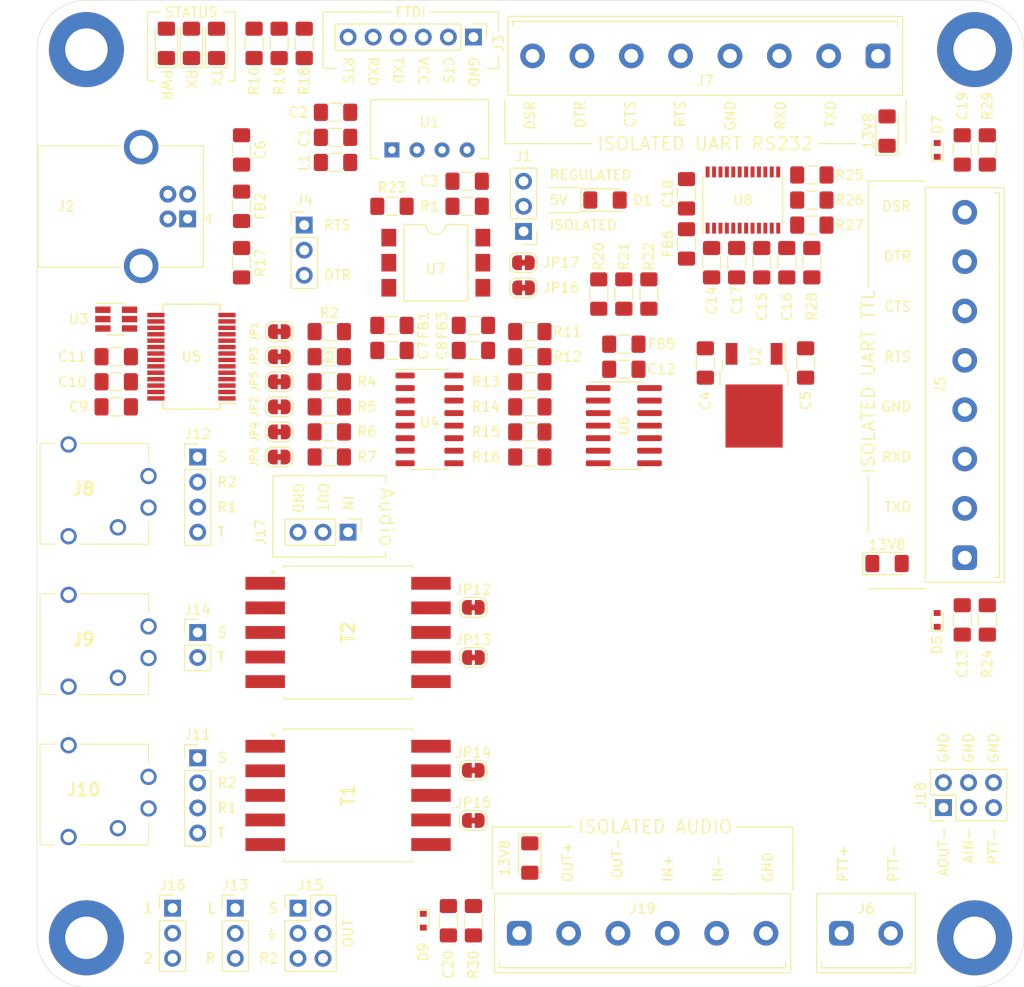
<source format=kicad_pcb>
(kicad_pcb (version 20171130) (host pcbnew "(5.1.5)-3")
  (layers (0 F.Cu signal) (1 In1.Cu power) (2 In2.Cu power) (31 B.Cu signal) (35 F.Paste user) (36 B.SilkS user) (37 F.SilkS user) (39 F.Mask user) (44 Edge.Cuts user))
  (net 0 "")
  (net 1 VCC)
  (net 2 GND)
  (net 3 "Net-(C2-Pad2)")
  (net 4 XCVR_GND)
  (net 5 "Net-(C3-Pad2)")
  (net 6 "Net-(C4-Pad1)")
  (net 7 XCVR_13V8)
  (net 8 "Net-(C6-Pad1)")
  (net 9 "Net-(C7-Pad2)")
  (net 10 "Net-(C8-Pad1)")
  (net 11 "Net-(C9-Pad1)")
  (net 12 "Net-(C12-Pad2)")
  (net 13 "Net-(C13-Pad1)")
  (net 14 "Net-(C14-Pad2)")
  (net 15 "Net-(C14-Pad1)")
  (net 16 "Net-(C15-Pad1)")
  (net 17 "Net-(C15-Pad2)")
  (net 18 "Net-(C16-Pad1)")
  (net 19 "Net-(C17-Pad1)")
  (net 20 "Net-(C18-Pad2)")
  (net 21 "Net-(C19-Pad1)")
  (net 22 "Net-(C20-Pad1)")
  (net 23 "Net-(D2-Pad2)")
  (net 24 "Net-(D3-Pad2)")
  (net 25 TXLED)
  (net 26 RXLED)
  (net 27 "Net-(D4-Pad2)")
  (net 28 "Net-(D6-Pad2)")
  (net 29 "Net-(D8-Pad2)")
  (net 30 "Net-(D10-Pad2)")
  (net 31 XCVR_5V)
  (net 32 USB_D+)
  (net 33 USB_D-)
  (net 34 "Net-(J2-Pad5)")
  (net 35 /data/CTS)
  (net 36 /data/TXD)
  (net 37 /data/RXD)
  (net 38 /data/RTS)
  (net 39 /data/DTR)
  (net 40 "Net-(J4-Pad2)")
  (net 41 /data/XCVR_TXD_CON)
  (net 42 /data/XCVR_RXD)
  (net 43 /data/XCVR_RTS_CON)
  (net 44 /data/XCVR_CTS)
  (net 45 /data/XCVR_DTR_CON)
  (net 46 /data/XCVR_DSR)
  (net 47 "Net-(J6-Pad1)")
  (net 48 XCVR_PTT-)
  (net 49 /data/rs232/RS232_DSR)
  (net 50 /data/rs232/RS232_DTR)
  (net 51 /data/rs232/RS232_CTS)
  (net 52 /data/rs232/RS232_RTS)
  (net 53 /data/rs232/RS232_RXD)
  (net 54 /data/rs232/RS232_TXD)
  (net 55 "Net-(J10-PadS)")
  (net 56 "Net-(J10-PadR2)")
  (net 57 "Net-(J10-PadR1)")
  (net 58 "Net-(J10-PadT)")
  (net 59 "Net-(J12-Pad4)")
  (net 60 "Net-(J12-Pad3)")
  (net 61 "Net-(J12-Pad2)")
  (net 62 "Net-(J12-Pad1)")
  (net 63 PC_AUDIO_GND)
  (net 64 "Net-(J15-Pad4)")
  (net 65 "Net-(J18-Pad1)")
  (net 66 "Net-(J19-Pad2)")
  (net 67 "Net-(J19-Pad4)")
  (net 68 "Net-(JP1-Pad2)")
  (net 69 "Net-(JP2-Pad2)")
  (net 70 "Net-(JP3-Pad2)")
  (net 71 "Net-(JP4-Pad2)")
  (net 72 "Net-(JP5-Pad2)")
  (net 73 "Net-(JP6-Pad2)")
  (net 74 /data/DSR)
  (net 75 /audio/AUDIO_IN)
  (net 76 /audio/AUDIO_OUT)
  (net 77 /audio/XCVR_AUDIO_IN+)
  (net 78 /audio/XCVR_AUDIO_IN-)
  (net 79 /audio/XCVR_AUDIO_OUT+)
  (net 80 /audio/XCVR_AUDIO_OUT-)
  (net 81 "Net-(JP16-Pad1)")
  (net 82 "Net-(JP17-Pad1)")
  (net 83 "Net-(R2-Pad1)")
  (net 84 "Net-(R3-Pad1)")
  (net 85 "Net-(R4-Pad1)")
  (net 86 "Net-(R5-Pad1)")
  (net 87 "Net-(R6-Pad1)")
  (net 88 "Net-(R7-Pad1)")
  (net 89 "Net-(R11-Pad2)")
  (net 90 "Net-(R12-Pad2)")
  (net 91 "Net-(R13-Pad2)")
  (net 92 /data/XCVR_TXD)
  (net 93 "Net-(R14-Pad2)")
  (net 94 "Net-(R15-Pad2)")
  (net 95 /data/XCVR_RTS)
  (net 96 /data/XCVR_DTR)
  (net 97 "Net-(R16-Pad2)")
  (net 98 "Net-(R17-Pad2)")
  (net 99 "Net-(R23-Pad1)")
  (net 100 "Net-(R28-Pad2)")
  (net 101 "Net-(T1-Pad10)")
  (net 102 "Net-(T1-Pad8)")
  (net 103 "Net-(T1-Pad6)")
  (net 104 "Net-(T1-Pad5)")
  (net 105 "Net-(T1-Pad3)")
  (net 106 "Net-(T1-Pad1)")
  (net 107 "Net-(T2-Pad1)")
  (net 108 "Net-(T2-Pad3)")
  (net 109 "Net-(T2-Pad5)")
  (net 110 "Net-(T2-Pad6)")
  (net 111 "Net-(T2-Pad8)")
  (net 112 "Net-(T2-Pad10)")
  (net 113 "Net-(U3-Pad1)")
  (net 114 "Net-(U3-Pad3)")
  (net 115 "Net-(U5-Pad12)")
  (net 116 "Net-(U5-Pad13)")
  (net 117 "Net-(U5-Pad19)")
  (net 118 "Net-(U5-Pad27)")
  (net 119 "Net-(U5-Pad28)")
  (net 120 "Net-(U6-Pad11)")
  (net 121 "Net-(U6-Pad12)")
  (net 122 "Net-(U6-Pad13)")
  (net 123 "Net-(U7-Pad3)")
  (net 124 /data/rs232/XCVR_RXD)
  (net 125 /data/rs232/XCVR_CTS)
  (net 126 /data/rs232/XCVR_DSR)
  (net 127 "Net-(J9-PadR2)")
  (net 128 "Net-(J9-PadR1)")
  (net 129 "Net-(J15-Pad2)")
  (net 130 "Net-(J18-Pad3)")
  (net 131 "Net-(D1-Pad1)")
  (net 132 "Net-(J14-Pad2)")
  (net 133 XCVR_TXD_DRV)
  (net 134 XCVR_RTS_DRV)
  (net 135 XCVR_DTR_DRV)
  (module Inductor_SMD:L_1206_3216Metric_Pad1.42x1.75mm_HandSolder (layer F.Cu) (at 90.805 59.69 270)
    (fp_text reference FB6 (at 0 1.905 270) (layer F.SilkS))
    (fp_text value Fe)
    (pad 2 smd roundrect (at 1.4875 0 270) (size 1.425 1.75) (layers F.Cu F.Paste F.Mask) (roundrect_rratio 0.175439) (net 31 XCVR_5V))
    (pad 1 smd roundrect (at -1.4875 0 270) (size 1.425 1.75) (layers F.Cu F.Paste F.Mask) (roundrect_rratio 0.175439) (net 20 "Net-(C18-Pad2)"))
  )
  (module Inductor_SMD:L_1206_3216Metric_Pad1.42x1.75mm_HandSolder (layer F.Cu) (at 84.455 69.85 180)
    (fp_text reference FB5 (at -3.81 0) (layer F.SilkS))
    (fp_text value Fe)
    (pad 1 smd roundrect (at -1.4875 0 180) (size 1.425 1.75) (layers F.Cu F.Paste F.Mask) (roundrect_rratio 0.175439) (net 31 XCVR_5V))
    (pad 2 smd roundrect (at 1.4875 0 180) (size 1.425 1.75) (layers F.Cu F.Paste F.Mask) (roundrect_rratio 0.175439) (net 12 "Net-(C12-Pad2)"))
  )
  (module Inductor_SMD:L_1206_3216Metric_Pad1.42x1.75mm_HandSolder (layer F.Cu) (at 69.215 67.945)
    (fp_text reference FB3 (at -3.175 0 270) (layer F.SilkS))
    (fp_text value Fe)
    (pad 2 smd roundrect (at 1.4875 0) (size 1.425 1.75) (layers F.Cu F.Paste F.Mask) (roundrect_rratio 0.175439) (net 31 XCVR_5V))
    (pad 1 smd roundrect (at -1.4875 0) (size 1.425 1.75) (layers F.Cu F.Paste F.Mask) (roundrect_rratio 0.175439) (net 10 "Net-(C8-Pad1)"))
  )
  (module Inductor_SMD:L_1206_3216Metric_Pad1.42x1.75mm_HandSolder (layer F.Cu) (at 45.72 55.88 90)
    (fp_text reference FB2 (at 0 1.905 270) (layer F.SilkS))
    (fp_text value Fe)
    (pad 2 smd roundrect (at 1.4875 0 90) (size 1.425 1.75) (layers F.Cu F.Paste F.Mask) (roundrect_rratio 0.175439) (net 8 "Net-(C6-Pad1)"))
    (pad 1 smd roundrect (at -1.4875 0 90) (size 1.425 1.75) (layers F.Cu F.Paste F.Mask) (roundrect_rratio 0.175439) (net 1 VCC))
  )
  (module Inductor_SMD:L_1206_3216Metric_Pad1.42x1.75mm_HandSolder (layer F.Cu) (at 60.96 67.945)
    (fp_text reference FB1 (at 3.175 0 270) (layer F.SilkS))
    (fp_text value Fe)
    (pad 2 smd roundrect (at 1.4875 0) (size 1.425 1.75) (layers F.Cu F.Paste F.Mask) (roundrect_rratio 0.175439) (net 9 "Net-(C7-Pad2)"))
    (pad 1 smd roundrect (at -1.4875 0) (size 1.425 1.75) (layers F.Cu F.Paste F.Mask) (roundrect_rratio 0.175439) (net 1 VCC))
  )
  (module Diode_SMD:D_SOD-523 (layer F.Cu) (at 64.135 128.27 270)
    (fp_text reference D9 (at 3.175 0 90) (layer F.SilkS))
    (fp_text value 1N4148X-TP)
    (pad 1 smd rect (at -0.7 0 90) (size 0.6 0.7) (layers F.Cu F.Paste F.Mask) (net 7 XCVR_13V8))
    (pad 2 smd rect (at 0.7 0 90) (size 0.6 0.7) (layers F.Cu F.Paste F.Mask) (net 22 "Net-(C20-Pad1)"))
  )
  (module Diode_SMD:D_SOD-523 (layer F.Cu) (at 116.205 50.165 90)
    (fp_text reference D7 (at 2.54 0 90) (layer F.SilkS))
    (fp_text value 1N4148X-TP)
    (pad 1 smd rect (at -0.7 0 270) (size 0.6 0.7) (layers F.Cu F.Paste F.Mask) (net 7 XCVR_13V8))
    (pad 2 smd rect (at 0.7 0 270) (size 0.6 0.7) (layers F.Cu F.Paste F.Mask) (net 21 "Net-(C19-Pad1)"))
  )
  (module Diode_SMD:D_SOD-523 (layer F.Cu) (at 116.205 97.79 90)
    (fp_text reference D5 (at -2.54 0 90) (layer F.SilkS))
    (fp_text value 1N4148X-TP)
    (pad 1 smd rect (at -0.7 0 270) (size 0.6 0.7) (layers F.Cu F.Paste F.Mask) (net 7 XCVR_13V8))
    (pad 2 smd rect (at 0.7 0 270) (size 0.6 0.7) (layers F.Cu F.Paste F.Mask) (net 13 "Net-(C13-Pad1)"))
  )
  (module Inductor_SMD:L_1206_3216Metric_Pad1.42x1.75mm_HandSolder (layer F.Cu) (at 55.245 51.435 180)
    (fp_text reference L1 (at 3.175 0 270) (layer F.SilkS))
    (fp_text value 6.8u)
    (pad 2 smd roundrect (at 1.4875 0 180) (size 1.425 1.75) (layers F.Cu F.Paste F.Mask) (roundrect_rratio 0.175439) (net 1 VCC))
    (pad 1 smd roundrect (at -1.4875 0 180) (size 1.425 1.75) (layers F.Cu F.Paste F.Mask) (roundrect_rratio 0.175439) (net 3 "Net-(C2-Pad2)"))
  )
  (module custom:SJ43514 (layer F.Cu) (at 28.194 110.49)
    (fp_text reference J10 (at 1.512 4.512) (layer F.SilkS) (effects (font (size 1.27 1.27) (thickness 0.254))))
    (fp_text value PC_AUDIO_EXTRA hide)
    (pad MH2 np_thru_hole circle (at 5 4.8) (size 1.1 0) (drill 1.1) (layers *.Cu *.Mask))
    (pad MH1 np_thru_hole circle (at 0 4.8) (size 1.1 0) (drill 1.1) (layers *.Cu *.Mask))
    (pad 5 thru_hole circle (at 8.1 6.4) (size 1.65 1.65) (drill 1.1) (layers *.Cu *.Mask))
    (pad R2 thru_hole circle (at 0 9.3) (size 1.65 1.65) (drill 1.1) (layers *.Cu *.Mask) (net 56 "Net-(J10-PadR2)"))
    (pad R1 thru_hole circle (at 8.1 3.2) (size 1.65 1.65) (drill 1.1) (layers *.Cu B.Mask) (net 57 "Net-(J10-PadR1)"))
    (pad T thru_hole circle (at 5 8.4) (size 1.65 1.65) (drill 1.1) (layers *.Cu *.Mask) (net 58 "Net-(J10-PadT)"))
    (pad S thru_hole circle (at 0 0) (size 1.65 1.65) (drill 1.1) (layers *.Cu *.Mask) (net 55 "Net-(J10-PadS)"))
  )
  (module custom:SJ43514 (layer F.Cu) (at 28.194 95.25)
    (fp_text reference J9 (at 1.512 4.512) (layer F.SilkS) (effects (font (size 1.27 1.27) (thickness 0.254))))
    (fp_text value PC_AUDIO_OUT hide)
    (pad MH2 np_thru_hole circle (at 5 4.8) (size 1.1 0) (drill 1.1) (layers *.Cu *.Mask))
    (pad MH1 np_thru_hole circle (at 0 4.8) (size 1.1 0) (drill 1.1) (layers *.Cu *.Mask))
    (pad 5 thru_hole circle (at 8.1 6.4) (size 1.65 1.65) (drill 1.1) (layers *.Cu *.Mask))
    (pad R2 thru_hole circle (at 0 9.3) (size 1.65 1.65) (drill 1.1) (layers *.Cu *.Mask) (net 127 "Net-(J9-PadR2)"))
    (pad R1 thru_hole circle (at 8.1 3.2) (size 1.65 1.65) (drill 1.1) (layers *.Cu B.Mask) (net 128 "Net-(J9-PadR1)"))
    (pad T thru_hole circle (at 5 8.4) (size 1.65 1.65) (drill 1.1) (layers *.Cu *.Mask) (net 132 "Net-(J14-Pad2)"))
    (pad S thru_hole circle (at 0 0) (size 1.65 1.65) (drill 1.1) (layers *.Cu *.Mask) (net 63 PC_AUDIO_GND))
  )
  (module custom:SJ43514 (layer F.Cu) (at 28.194 80.01)
    (fp_text reference J8 (at 1.512 4.512) (layer F.SilkS) (effects (font (size 1.27 1.27) (thickness 0.254))))
    (fp_text value PC_AUDIO_IO hide)
    (pad MH2 np_thru_hole circle (at 5 4.8) (size 1.1 0) (drill 1.1) (layers *.Cu *.Mask))
    (pad MH1 np_thru_hole circle (at 0 4.8) (size 1.1 0) (drill 1.1) (layers *.Cu *.Mask))
    (pad 5 thru_hole circle (at 8.1 6.4) (size 1.65 1.65) (drill 1.1) (layers *.Cu *.Mask))
    (pad R2 thru_hole circle (at 0 9.3) (size 1.65 1.65) (drill 1.1) (layers *.Cu *.Mask) (net 61 "Net-(J12-Pad2)"))
    (pad R1 thru_hole circle (at 8.1 3.2) (size 1.65 1.65) (drill 1.1) (layers *.Cu B.Mask) (net 60 "Net-(J12-Pad3)"))
    (pad T thru_hole circle (at 5 8.4) (size 1.65 1.65) (drill 1.1) (layers *.Cu *.Mask) (net 59 "Net-(J12-Pad4)"))
    (pad S thru_hole circle (at 0 0) (size 1.65 1.65) (drill 1.1) (layers *.Cu *.Mask) (net 62 "Net-(J12-Pad1)"))
  )
  (module Connector_PinHeader_2.54mm:PinHeader_2x03_P2.54mm_Vertical (layer F.Cu) (at 116.84 116.81 90)
    (fp_text reference J18 (at 1.27 -2.33 90) (layer F.SilkS))
    (fp_text value "Xcvr grounding jumpers")
    (pad 6 thru_hole oval (at 2.54 5.08 90) (size 1.7 1.7) (drill 1) (layers *.Cu *.Mask) (net 4 XCVR_GND))
    (pad 5 thru_hole oval (at 0 5.08 90) (size 1.7 1.7) (drill 1) (layers *.Cu *.Mask) (net 48 XCVR_PTT-))
    (pad 4 thru_hole oval (at 2.54 2.54 90) (size 1.7 1.7) (drill 1) (layers *.Cu *.Mask) (net 4 XCVR_GND))
    (pad 3 thru_hole oval (at 0 2.54 90) (size 1.7 1.7) (drill 1) (layers *.Cu *.Mask) (net 130 "Net-(J18-Pad3)"))
    (pad 2 thru_hole oval (at 2.54 0 90) (size 1.7 1.7) (drill 1) (layers *.Cu *.Mask) (net 4 XCVR_GND))
    (pad 1 thru_hole rect (at 0 0 90) (size 1.7 1.7) (drill 1) (layers *.Cu *.Mask) (net 65 "Net-(J18-Pad1)"))
  )
  (module custom:TB003-500-P08BE (layer F.Cu) (at 119 73.985 90)
    (fp_text reference J5 (at 0 -2.5 90) (layer F.SilkS))
    (fp_text value XCVR_CAT_TTL)
    (pad 1 thru_hole roundrect (at -17.5 0 90) (size 2.5 2.5) (drill 1.4) (layers *.Cu *.Mask) (net 13 "Net-(C13-Pad1)"))
    (pad 2 thru_hole circle (at -12.5 0 90) (size 2.5 2.5) (drill 1.4) (layers *.Cu *.Mask) (net 41 /data/XCVR_TXD_CON))
    (pad 3 thru_hole circle (at -7.5 0 90) (size 2.5 2.5) (drill 1.4) (layers *.Cu *.Mask) (net 42 /data/XCVR_RXD))
    (pad 4 thru_hole circle (at -2.5 0 90) (size 2.5 2.5) (drill 1.4) (layers *.Cu *.Mask) (net 4 XCVR_GND))
    (pad 5 thru_hole circle (at 2.5 0 90) (size 2.5 2.5) (drill 1.4) (layers *.Cu *.Mask) (net 43 /data/XCVR_RTS_CON))
    (pad 6 thru_hole circle (at 7.5 0 90) (size 2.5 2.5) (drill 1.4) (layers *.Cu *.Mask) (net 44 /data/XCVR_CTS))
    (pad 7 thru_hole circle (at 12.5 0 90) (size 2.5 2.5) (drill 1.4) (layers *.Cu *.Mask) (net 45 /data/XCVR_DTR_CON))
    (pad 8 thru_hole circle (at 17.5 0 90) (size 2.5 2.5) (drill 1.4) (layers *.Cu *.Mask) (net 46 /data/XCVR_DSR))
  )
  (module custom:TB003-500-P08BE (layer F.Cu) (at 92.71 40.64 180)
    (fp_text reference J7 (at 0 -2.5) (layer F.SilkS))
    (fp_text value XCVR_CAT_RS232)
    (pad 8 thru_hole circle (at 17.5 0 180) (size 2.5 2.5) (drill 1.4) (layers *.Cu *.Mask) (net 49 /data/rs232/RS232_DSR))
    (pad 7 thru_hole circle (at 12.5 0 180) (size 2.5 2.5) (drill 1.4) (layers *.Cu *.Mask) (net 50 /data/rs232/RS232_DTR))
    (pad 6 thru_hole circle (at 7.5 0 180) (size 2.5 2.5) (drill 1.4) (layers *.Cu *.Mask) (net 51 /data/rs232/RS232_CTS))
    (pad 5 thru_hole circle (at 2.5 0 180) (size 2.5 2.5) (drill 1.4) (layers *.Cu *.Mask) (net 52 /data/rs232/RS232_RTS))
    (pad 4 thru_hole circle (at -2.5 0 180) (size 2.5 2.5) (drill 1.4) (layers *.Cu *.Mask) (net 4 XCVR_GND))
    (pad 3 thru_hole circle (at -7.5 0 180) (size 2.5 2.5) (drill 1.4) (layers *.Cu *.Mask) (net 53 /data/rs232/RS232_RXD))
    (pad 2 thru_hole circle (at -12.5 0 180) (size 2.5 2.5) (drill 1.4) (layers *.Cu *.Mask) (net 54 /data/rs232/RS232_TXD))
    (pad 1 thru_hole roundrect (at -17.5 0 180) (size 2.5 2.5) (drill 1.4) (layers *.Cu *.Mask) (net 21 "Net-(C19-Pad1)"))
  )
  (module Capacitor_SMD:C_1206_3216Metric_Pad1.42x1.75mm_HandSolder (layer F.Cu) (at 55.245 48.895)
    (fp_text reference C1 (at -3.175 0 270) (layer F.SilkS))
    (fp_text value 4.7u)
    (pad 2 smd roundrect (at 1.4875 0) (size 1.425 1.75) (layers F.Cu F.Paste F.Mask) (roundrect_rratio 0.175439) (net 1 VCC))
    (pad 1 smd roundrect (at -1.4875 0) (size 1.425 1.75) (layers F.Cu F.Paste F.Mask) (roundrect_rratio 0.175439) (net 2 GND))
  )
  (module Capacitor_SMD:C_1206_3216Metric_Pad1.42x1.75mm_HandSolder (layer F.Cu) (at 55.245 46.355)
    (fp_text reference C2 (at -3.81 0) (layer F.SilkS))
    (fp_text value 4.7u)
    (pad 2 smd roundrect (at 1.4875 0) (size 1.425 1.75) (layers F.Cu F.Paste F.Mask) (roundrect_rratio 0.175439) (net 3 "Net-(C2-Pad2)"))
    (pad 1 smd roundrect (at -1.4875 0) (size 1.425 1.75) (layers F.Cu F.Paste F.Mask) (roundrect_rratio 0.175439) (net 2 GND))
  )
  (module Capacitor_SMD:C_1206_3216Metric_Pad1.42x1.75mm_HandSolder (layer F.Cu) (at 68.58 53.34)
    (fp_text reference C3 (at -3.81 0) (layer F.SilkS))
    (fp_text value 10u)
    (pad 1 smd roundrect (at -1.4875 0) (size 1.425 1.75) (layers F.Cu F.Paste F.Mask) (roundrect_rratio 0.175439) (net 4 XCVR_GND))
    (pad 2 smd roundrect (at 1.4875 0) (size 1.425 1.75) (layers F.Cu F.Paste F.Mask) (roundrect_rratio 0.175439) (net 5 "Net-(C3-Pad2)"))
  )
  (module Capacitor_SMD:C_1206_3216Metric_Pad1.42x1.75mm_HandSolder (layer F.Cu) (at 92.71 71.755 270)
    (fp_text reference C4 (at 3.81 0 90) (layer F.SilkS))
    (fp_text value 100n)
    (pad 1 smd roundrect (at -1.4875 0 270) (size 1.425 1.75) (layers F.Cu F.Paste F.Mask) (roundrect_rratio 0.175439) (net 6 "Net-(C4-Pad1)"))
    (pad 2 smd roundrect (at 1.4875 0 270) (size 1.425 1.75) (layers F.Cu F.Paste F.Mask) (roundrect_rratio 0.175439) (net 4 XCVR_GND))
  )
  (module Capacitor_SMD:C_1206_3216Metric_Pad1.42x1.75mm_HandSolder (layer F.Cu) (at 102.87 71.755 90)
    (fp_text reference C5 (at -3.81 0 90) (layer F.SilkS))
    (fp_text value 330n)
    (pad 2 smd roundrect (at 1.4875 0 90) (size 1.425 1.75) (layers F.Cu F.Paste F.Mask) (roundrect_rratio 0.175439) (net 7 XCVR_13V8))
    (pad 1 smd roundrect (at -1.4875 0 90) (size 1.425 1.75) (layers F.Cu F.Paste F.Mask) (roundrect_rratio 0.175439) (net 4 XCVR_GND))
  )
  (module Capacitor_SMD:C_1206_3216Metric_Pad1.42x1.75mm_HandSolder (layer F.Cu) (at 45.72 50.165 90)
    (fp_text reference C6 (at 0 1.905 90) (layer F.SilkS))
    (fp_text value 10n)
    (pad 1 smd roundrect (at -1.4875 0 90) (size 1.425 1.75) (layers F.Cu F.Paste F.Mask) (roundrect_rratio 0.175439) (net 8 "Net-(C6-Pad1)"))
    (pad 2 smd roundrect (at 1.4875 0 90) (size 1.425 1.75) (layers F.Cu F.Paste F.Mask) (roundrect_rratio 0.175439) (net 2 GND))
  )
  (module Capacitor_SMD:C_1206_3216Metric_Pad1.42x1.75mm_HandSolder (layer F.Cu) (at 60.96 70.485)
    (fp_text reference C7 (at 3.175 0 270) (layer F.SilkS))
    (fp_text value 100n)
    (pad 2 smd roundrect (at 1.4875 0) (size 1.425 1.75) (layers F.Cu F.Paste F.Mask) (roundrect_rratio 0.175439) (net 9 "Net-(C7-Pad2)"))
    (pad 1 smd roundrect (at -1.4875 0) (size 1.425 1.75) (layers F.Cu F.Paste F.Mask) (roundrect_rratio 0.175439) (net 2 GND))
  )
  (module Capacitor_SMD:C_1206_3216Metric_Pad1.42x1.75mm_HandSolder (layer F.Cu) (at 69.215 70.485)
    (fp_text reference C8 (at -3.175 0 270) (layer F.SilkS))
    (fp_text value 100n)
    (pad 1 smd roundrect (at -1.4875 0) (size 1.425 1.75) (layers F.Cu F.Paste F.Mask) (roundrect_rratio 0.175439) (net 10 "Net-(C8-Pad1)"))
    (pad 2 smd roundrect (at 1.4875 0) (size 1.425 1.75) (layers F.Cu F.Paste F.Mask) (roundrect_rratio 0.175439) (net 4 XCVR_GND))
  )
  (module Capacitor_SMD:C_1206_3216Metric_Pad1.42x1.75mm_HandSolder (layer F.Cu) (at 33.02 76.2 180)
    (fp_text reference C9 (at 3.81 0 180) (layer F.SilkS))
    (fp_text value 100n)
    (pad 1 smd roundrect (at -1.4875 0 180) (size 1.425 1.75) (layers F.Cu F.Paste F.Mask) (roundrect_rratio 0.175439) (net 11 "Net-(C9-Pad1)"))
    (pad 2 smd roundrect (at 1.4875 0 180) (size 1.425 1.75) (layers F.Cu F.Paste F.Mask) (roundrect_rratio 0.175439) (net 2 GND))
  )
  (module Capacitor_SMD:C_1206_3216Metric_Pad1.42x1.75mm_HandSolder (layer F.Cu) (at 33.02 73.66)
    (fp_text reference C10 (at -4.445 0 180) (layer F.SilkS))
    (fp_text value 4.7u)
    (pad 2 smd roundrect (at 1.4875 0) (size 1.425 1.75) (layers F.Cu F.Paste F.Mask) (roundrect_rratio 0.175439) (net 1 VCC))
    (pad 1 smd roundrect (at -1.4875 0) (size 1.425 1.75) (layers F.Cu F.Paste F.Mask) (roundrect_rratio 0.175439) (net 2 GND))
  )
  (module Capacitor_SMD:C_1206_3216Metric_Pad1.42x1.75mm_HandSolder (layer F.Cu) (at 33.02 71.12 180)
    (fp_text reference C11 (at 4.445 0 180) (layer F.SilkS))
    (fp_text value 100n)
    (pad 2 smd roundrect (at 1.4875 0 180) (size 1.425 1.75) (layers F.Cu F.Paste F.Mask) (roundrect_rratio 0.175439) (net 2 GND))
    (pad 1 smd roundrect (at -1.4875 0 180) (size 1.425 1.75) (layers F.Cu F.Paste F.Mask) (roundrect_rratio 0.175439) (net 1 VCC))
  )
  (module Capacitor_SMD:C_1206_3216Metric_Pad1.42x1.75mm_HandSolder (layer F.Cu) (at 84.455 72.39)
    (fp_text reference C12 (at 3.81 0) (layer F.SilkS))
    (fp_text value 100n)
    (pad 2 smd roundrect (at 1.4875 0) (size 1.425 1.75) (layers F.Cu F.Paste F.Mask) (roundrect_rratio 0.175439) (net 12 "Net-(C12-Pad2)"))
    (pad 1 smd roundrect (at -1.4875 0) (size 1.425 1.75) (layers F.Cu F.Paste F.Mask) (roundrect_rratio 0.175439) (net 4 XCVR_GND))
  )
  (module Capacitor_SMD:C_1206_3216Metric_Pad1.42x1.75mm_HandSolder (layer F.Cu) (at 118.745 97.79 270)
    (fp_text reference C13 (at 4.445 0 90) (layer F.SilkS))
    (fp_text value 100n)
    (pad 2 smd roundrect (at 1.4875 0 270) (size 1.425 1.75) (layers F.Cu F.Paste F.Mask) (roundrect_rratio 0.175439) (net 4 XCVR_GND))
    (pad 1 smd roundrect (at -1.4875 0 270) (size 1.425 1.75) (layers F.Cu F.Paste F.Mask) (roundrect_rratio 0.175439) (net 13 "Net-(C13-Pad1)"))
  )
  (module Capacitor_SMD:C_1206_3216Metric_Pad1.42x1.75mm_HandSolder (layer F.Cu) (at 93.345 61.595 90)
    (fp_text reference C14 (at -3.81 0 90) (layer F.SilkS))
    (fp_text value 100n)
    (pad 2 smd roundrect (at 1.4875 0 90) (size 1.425 1.75) (layers F.Cu F.Paste F.Mask) (roundrect_rratio 0.175439) (net 14 "Net-(C14-Pad2)"))
    (pad 1 smd roundrect (at -1.4875 0 90) (size 1.425 1.75) (layers F.Cu F.Paste F.Mask) (roundrect_rratio 0.175439) (net 15 "Net-(C14-Pad1)"))
  )
  (module Capacitor_SMD:C_1206_3216Metric_Pad1.42x1.75mm_HandSolder (layer F.Cu) (at 98.425 61.595 90)
    (fp_text reference C15 (at -4.445 0 90) (layer F.SilkS))
    (fp_text value 100n)
    (pad 1 smd roundrect (at -1.4875 0 90) (size 1.425 1.75) (layers F.Cu F.Paste F.Mask) (roundrect_rratio 0.175439) (net 16 "Net-(C15-Pad1)"))
    (pad 2 smd roundrect (at 1.4875 0 90) (size 1.425 1.75) (layers F.Cu F.Paste F.Mask) (roundrect_rratio 0.175439) (net 17 "Net-(C15-Pad2)"))
  )
  (module Capacitor_SMD:C_1206_3216Metric_Pad1.42x1.75mm_HandSolder (layer F.Cu) (at 100.965 61.595 270)
    (fp_text reference C16 (at 4.445 0 90) (layer F.SilkS))
    (fp_text value 100n)
    (pad 2 smd roundrect (at 1.4875 0 270) (size 1.425 1.75) (layers F.Cu F.Paste F.Mask) (roundrect_rratio 0.175439) (net 4 XCVR_GND))
    (pad 1 smd roundrect (at -1.4875 0 270) (size 1.425 1.75) (layers F.Cu F.Paste F.Mask) (roundrect_rratio 0.175439) (net 18 "Net-(C16-Pad1)"))
  )
  (module Capacitor_SMD:C_1206_3216Metric_Pad1.42x1.75mm_HandSolder (layer F.Cu) (at 95.885 61.595 270)
    (fp_text reference C17 (at 3.81 0 90) (layer F.SilkS))
    (fp_text value 100n)
    (pad 1 smd roundrect (at -1.4875 0 270) (size 1.425 1.75) (layers F.Cu F.Paste F.Mask) (roundrect_rratio 0.175439) (net 19 "Net-(C17-Pad1)"))
    (pad 2 smd roundrect (at 1.4875 0 270) (size 1.425 1.75) (layers F.Cu F.Paste F.Mask) (roundrect_rratio 0.175439) (net 4 XCVR_GND))
  )
  (module Capacitor_SMD:C_1206_3216Metric_Pad1.42x1.75mm_HandSolder (layer F.Cu) (at 90.805 54.61 90)
    (fp_text reference C18 (at 0 -1.905 270) (layer F.SilkS))
    (fp_text value 100n)
    (pad 2 smd roundrect (at 1.4875 0 90) (size 1.425 1.75) (layers F.Cu F.Paste F.Mask) (roundrect_rratio 0.175439) (net 20 "Net-(C18-Pad2)"))
    (pad 1 smd roundrect (at -1.4875 0 90) (size 1.425 1.75) (layers F.Cu F.Paste F.Mask) (roundrect_rratio 0.175439) (net 4 XCVR_GND))
  )
  (module Capacitor_SMD:C_1206_3216Metric_Pad1.42x1.75mm_HandSolder (layer F.Cu) (at 118.745 50.165 270)
    (fp_text reference C19 (at -4.445 0 90) (layer F.SilkS))
    (fp_text value 100n)
    (pad 1 smd roundrect (at -1.4875 0 270) (size 1.425 1.75) (layers F.Cu F.Paste F.Mask) (roundrect_rratio 0.175439) (net 21 "Net-(C19-Pad1)"))
    (pad 2 smd roundrect (at 1.4875 0 270) (size 1.425 1.75) (layers F.Cu F.Paste F.Mask) (roundrect_rratio 0.175439) (net 4 XCVR_GND))
  )
  (module Capacitor_SMD:C_1206_3216Metric_Pad1.42x1.75mm_HandSolder (layer F.Cu) (at 66.675 128.27 90)
    (fp_text reference C20 (at -4.445 0 90) (layer F.SilkS))
    (fp_text value 100n)
    (pad 1 smd roundrect (at -1.4875 0 90) (size 1.425 1.75) (layers F.Cu F.Paste F.Mask) (roundrect_rratio 0.175439) (net 22 "Net-(C20-Pad1)"))
    (pad 2 smd roundrect (at 1.4875 0 90) (size 1.425 1.75) (layers F.Cu F.Paste F.Mask) (roundrect_rratio 0.175439) (net 4 XCVR_GND))
  )
  (module LED_SMD:LED_1206_3216Metric_Pad1.42x1.75mm_HandSolder (layer F.Cu) (at 82.55 55.245)
    (fp_text reference D1 (at 3.81 0) (layer F.SilkS))
    (fp_text value BG1102W-TR)
    (pad 1 smd roundrect (at -1.4875 0) (size 1.425 1.75) (layers F.Cu F.Paste F.Mask) (roundrect_rratio 0.175439) (net 131 "Net-(D1-Pad1)"))
    (pad 2 smd roundrect (at 1.4875 0) (size 1.425 1.75) (layers F.Cu F.Paste F.Mask) (roundrect_rratio 0.175439) (net 31 XCVR_5V))
  )
  (module LED_SMD:LED_1206_3216Metric_Pad1.42x1.75mm_HandSolder (layer F.Cu) (at 38.1 39.37 90)
    (fp_text reference D2 hide)
    (fp_text value BG1102W-TR)
    (pad 1 smd roundrect (at -1.4875 0 90) (size 1.425 1.75) (layers F.Cu F.Paste F.Mask) (roundrect_rratio 0.175439) (net 2 GND))
    (pad 2 smd roundrect (at 1.4875 0 90) (size 1.425 1.75) (layers F.Cu F.Paste F.Mask) (roundrect_rratio 0.175439) (net 23 "Net-(D2-Pad2)"))
  )
  (module LED_SMD:LED_1206_3216Metric_Pad1.42x1.75mm_HandSolder (layer F.Cu) (at 43.18 39.37 90)
    (fp_text reference D3 hide)
    (fp_text value BR1101W-TR)
    (pad 2 smd roundrect (at 1.4875 0 90) (size 1.425 1.75) (layers F.Cu F.Paste F.Mask) (roundrect_rratio 0.175439) (net 24 "Net-(D3-Pad2)"))
    (pad 1 smd roundrect (at -1.4875 0 90) (size 1.425 1.75) (layers F.Cu F.Paste F.Mask) (roundrect_rratio 0.175439) (net 25 TXLED))
  )
  (module LED_SMD:LED_1206_3216Metric_Pad1.42x1.75mm_HandSolder (layer F.Cu) (at 40.64 39.37 90)
    (fp_text reference D4 hide)
    (fp_text value RAY1102W-745-TR)
    (pad 1 smd roundrect (at -1.4875 0 90) (size 1.425 1.75) (layers F.Cu F.Paste F.Mask) (roundrect_rratio 0.175439) (net 26 RXLED))
    (pad 2 smd roundrect (at 1.4875 0 90) (size 1.425 1.75) (layers F.Cu F.Paste F.Mask) (roundrect_rratio 0.175439) (net 27 "Net-(D4-Pad2)"))
  )
  (module LED_SMD:LED_1206_3216Metric_Pad1.42x1.75mm_HandSolder (layer F.Cu) (at 111.125 92.075)
    (fp_text reference D6 hide)
    (fp_text value BG1102W-TR)
    (pad 2 smd roundrect (at 1.4875 0) (size 1.425 1.75) (layers F.Cu F.Paste F.Mask) (roundrect_rratio 0.175439) (net 28 "Net-(D6-Pad2)"))
    (pad 1 smd roundrect (at -1.4875 0) (size 1.425 1.75) (layers F.Cu F.Paste F.Mask) (roundrect_rratio 0.175439) (net 4 XCVR_GND))
  )
  (module LED_SMD:LED_1206_3216Metric_Pad1.42x1.75mm_HandSolder (layer F.Cu) (at 111.125 48.26 90)
    (fp_text reference D8 hide)
    (fp_text value BG1102W-TR)
    (pad 1 smd roundrect (at -1.4875 0 90) (size 1.425 1.75) (layers F.Cu F.Paste F.Mask) (roundrect_rratio 0.175439) (net 4 XCVR_GND))
    (pad 2 smd roundrect (at 1.4875 0 90) (size 1.425 1.75) (layers F.Cu F.Paste F.Mask) (roundrect_rratio 0.175439) (net 29 "Net-(D8-Pad2)"))
  )
  (module LED_SMD:LED_1206_3216Metric_Pad1.42x1.75mm_HandSolder (layer F.Cu) (at 74.93 121.92 270)
    (fp_text reference D10 hide)
    (fp_text value BG1102W-TR)
    (pad 2 smd roundrect (at 1.4875 0 270) (size 1.425 1.75) (layers F.Cu F.Paste F.Mask) (roundrect_rratio 0.175439) (net 30 "Net-(D10-Pad2)"))
    (pad 1 smd roundrect (at -1.4875 0 270) (size 1.425 1.75) (layers F.Cu F.Paste F.Mask) (roundrect_rratio 0.175439) (net 4 XCVR_GND))
  )
  (module Connector_PinHeader_2.54mm:PinHeader_1x03_P2.54mm_Vertical (layer F.Cu) (at 74.295 58.42 180)
    (fp_text reference J1 (at 0 7.62) (layer F.SilkS))
    (fp_text value "XCVR power choice")
    (pad 1 thru_hole rect (at 0 0 180) (size 1.7 1.7) (drill 1) (layers *.Cu *.Mask) (net 5 "Net-(C3-Pad2)"))
    (pad 2 thru_hole oval (at 0 2.54 180) (size 1.7 1.7) (drill 1) (layers *.Cu *.Mask) (net 31 XCVR_5V))
    (pad 3 thru_hole oval (at 0 5.08 180) (size 1.7 1.7) (drill 1) (layers *.Cu *.Mask) (net 6 "Net-(C4-Pad1)"))
  )
  (module Connector_USB:USB_B_OST_USB-B1HSxx_Horizontal (layer F.Cu) (at 40.259 57.15 180)
    (fp_text reference J2 (at 12.319 1.27) (layer F.SilkS))
    (fp_text value USB_B)
    (pad 1 thru_hole rect (at 0 0 180) (size 1.7 1.7) (drill 0.92) (layers *.Cu *.Mask) (net 8 "Net-(C6-Pad1)"))
    (pad 2 thru_hole circle (at 0 2.5 180) (size 1.7 1.7) (drill 0.92) (layers *.Cu *.Mask) (net 32 USB_D+))
    (pad 3 thru_hole circle (at 2 2.5 180) (size 1.7 1.7) (drill 0.92) (layers *.Cu *.Mask) (net 33 USB_D-))
    (pad 4 thru_hole circle (at 2 0 180) (size 1.7 1.7) (drill 0.92) (layers *.Cu *.Mask) (net 2 GND))
    (pad 5 thru_hole circle (at 4.71 -4.77 180) (size 3.5 3.5) (drill 2.33) (layers *.Cu *.Mask) (net 34 "Net-(J2-Pad5)"))
    (pad 5 thru_hole circle (at 4.71 7.27 180) (size 3.5 3.5) (drill 2.33) (layers *.Cu *.Mask) (net 34 "Net-(J2-Pad5)"))
  )
  (module Connector_PinHeader_2.54mm:PinHeader_1x06_P2.54mm_Vertical (layer F.Cu) (at 69.215 38.735 270)
    (fp_text reference J3 (at 0.635 -2.54 90) (layer F.SilkS))
    (fp_text value "FTDI header")
    (pad 1 thru_hole rect (at 0 0 270) (size 1.7 1.7) (drill 1) (layers *.Cu *.Mask) (net 2 GND))
    (pad 2 thru_hole oval (at 0 2.54 270) (size 1.7 1.7) (drill 1) (layers *.Cu *.Mask) (net 35 /data/CTS))
    (pad 3 thru_hole oval (at 0 5.08 270) (size 1.7 1.7) (drill 1) (layers *.Cu *.Mask) (net 1 VCC))
    (pad 4 thru_hole oval (at 0 7.62 270) (size 1.7 1.7) (drill 1) (layers *.Cu *.Mask) (net 36 /data/TXD))
    (pad 5 thru_hole oval (at 0 10.16 270) (size 1.7 1.7) (drill 1) (layers *.Cu *.Mask) (net 37 /data/RXD))
    (pad 6 thru_hole oval (at 0 12.7 270) (size 1.7 1.7) (drill 1) (layers *.Cu *.Mask) (net 38 /data/RTS))
  )
  (module Connector_PinHeader_2.54mm:PinHeader_1x03_P2.54mm_Vertical (layer F.Cu) (at 52.07 57.785)
    (fp_text reference J4 (at 0 -2.54 180) (layer F.SilkS))
    (fp_text value "PTT choice")
    (pad 3 thru_hole oval (at 0 5.08) (size 1.7 1.7) (drill 1) (layers *.Cu *.Mask) (net 39 /data/DTR))
    (pad 2 thru_hole oval (at 0 2.54) (size 1.7 1.7) (drill 1) (layers *.Cu *.Mask) (net 40 "Net-(J4-Pad2)"))
    (pad 1 thru_hole rect (at 0 0) (size 1.7 1.7) (drill 1) (layers *.Cu *.Mask) (net 38 /data/RTS))
  )
  (module custom:TB003-500-P02BE (layer F.Cu) (at 109 129.54)
    (fp_text reference J6 (at 0 -2.5) (layer F.SilkS))
    (fp_text value XCVR_PTT)
    (pad 1 thru_hole roundrect (at -2.5 0) (size 2.5 2.5) (drill 1.4) (layers *.Cu *.Mask) (net 47 "Net-(J6-Pad1)"))
    (pad 2 thru_hole circle (at 2.5 0) (size 2.5 2.5) (drill 1.4) (layers *.Cu *.Mask) (net 48 XCVR_PTT-))
  )
  (module Connector_PinHeader_2.54mm:PinHeader_1x04_P2.54mm_Vertical (layer F.Cu) (at 41.275 111.76)
    (fp_text reference J11 (at 0 -2.33) (layer F.SilkS))
    (fp_text value "Jack header")
    (pad 1 thru_hole rect (at 0 0) (size 1.7 1.7) (drill 1) (layers *.Cu *.Mask) (net 55 "Net-(J10-PadS)"))
    (pad 2 thru_hole oval (at 0 2.54) (size 1.7 1.7) (drill 1) (layers *.Cu *.Mask) (net 56 "Net-(J10-PadR2)"))
    (pad 3 thru_hole oval (at 0 5.08) (size 1.7 1.7) (drill 1) (layers *.Cu *.Mask) (net 57 "Net-(J10-PadR1)"))
    (pad 4 thru_hole oval (at 0 7.62) (size 1.7 1.7) (drill 1) (layers *.Cu *.Mask) (net 58 "Net-(J10-PadT)"))
  )
  (module Connector_PinHeader_2.54mm:PinHeader_1x04_P2.54mm_Vertical (layer F.Cu) (at 41.275 81.28)
    (fp_text reference J12 (at 0 -2.33) (layer F.SilkS))
    (fp_text value "Jack header")
    (pad 4 thru_hole oval (at 0 7.62) (size 1.7 1.7) (drill 1) (layers *.Cu *.Mask) (net 59 "Net-(J12-Pad4)"))
    (pad 3 thru_hole oval (at 0 5.08) (size 1.7 1.7) (drill 1) (layers *.Cu *.Mask) (net 60 "Net-(J12-Pad3)"))
    (pad 2 thru_hole oval (at 0 2.54) (size 1.7 1.7) (drill 1) (layers *.Cu *.Mask) (net 61 "Net-(J12-Pad2)"))
    (pad 1 thru_hole rect (at 0 0) (size 1.7 1.7) (drill 1) (layers *.Cu *.Mask) (net 62 "Net-(J12-Pad1)"))
  )
  (module Connector_PinHeader_2.54mm:PinHeader_1x03_P2.54mm_Vertical (layer F.Cu) (at 45.085 127)
    (fp_text reference J13 (at 0 -2.33) (layer F.SilkS))
    (fp_text value "L/R channel choice")
    (pad 1 thru_hole rect (at 0 0) (size 1.7 1.7) (drill 1) (layers *.Cu *.Mask) (net 60 "Net-(J12-Pad3)"))
    (pad 2 thru_hole oval (at 0 2.54) (size 1.7 1.7) (drill 1) (layers *.Cu *.Mask) (net 75 /audio/AUDIO_IN))
    (pad 3 thru_hole oval (at 0 5.08) (size 1.7 1.7) (drill 1) (layers *.Cu *.Mask) (net 59 "Net-(J12-Pad4)"))
  )
  (module Connector_PinHeader_2.54mm:PinHeader_1x02_P2.54mm_Vertical (layer F.Cu) (at 41.275 99.06)
    (fp_text reference J14 (at 0 -2.33) (layer F.SilkS))
    (fp_text value "Jack header")
    (pad 2 thru_hole oval (at 0 2.54) (size 1.7 1.7) (drill 1) (layers *.Cu *.Mask) (net 132 "Net-(J14-Pad2)"))
    (pad 1 thru_hole rect (at 0 0) (size 1.7 1.7) (drill 1) (layers *.Cu *.Mask) (net 63 PC_AUDIO_GND))
  )
  (module Connector_PinHeader_2.54mm:PinHeader_1x03_P2.54mm_Vertical (layer F.Cu) (at 38.735 127)
    (fp_text reference J16 (at 0 -2.33) (layer F.SilkS))
    (fp_text value "TRRS/TRS+TS choice")
    (pad 1 thru_hole rect (at 0 0) (size 1.7 1.7) (drill 1) (layers *.Cu *.Mask) (net 129 "Net-(J15-Pad2)"))
    (pad 2 thru_hole oval (at 0 2.54) (size 1.7 1.7) (drill 1) (layers *.Cu *.Mask) (net 76 /audio/AUDIO_OUT))
    (pad 3 thru_hole oval (at 0 5.08) (size 1.7 1.7) (drill 1) (layers *.Cu *.Mask) (net 132 "Net-(J14-Pad2)"))
  )
  (module Connector_PinHeader_2.54mm:PinHeader_1x03_P2.54mm_Vertical (layer F.Cu) (at 56.515 88.9 270)
    (fp_text reference J17 (at 0 8.89 270) (layer F.SilkS))
    (fp_text value "Audio header")
    (pad 3 thru_hole oval (at 0 5.08 270) (size 1.7 1.7) (drill 1) (layers *.Cu *.Mask) (net 63 PC_AUDIO_GND))
    (pad 2 thru_hole oval (at 0 2.54 270) (size 1.7 1.7) (drill 1) (layers *.Cu *.Mask) (net 76 /audio/AUDIO_OUT))
    (pad 1 thru_hole rect (at 0 0 270) (size 1.7 1.7) (drill 1) (layers *.Cu *.Mask) (net 75 /audio/AUDIO_IN))
  )
  (module custom:TB003-500-P06BE (layer F.Cu) (at 86.36 129.54)
    (fp_text reference J19 (at 0 -2.5) (layer F.SilkS))
    (fp_text value XCVR_Audio)
    (pad 1 thru_hole roundrect (at -12.5 0) (size 2.5 2.5) (drill 1.4) (layers *.Cu *.Mask) (net 22 "Net-(C20-Pad1)"))
    (pad 2 thru_hole circle (at -7.5 0) (size 2.5 2.5) (drill 1.4) (layers *.Cu *.Mask) (net 66 "Net-(J19-Pad2)"))
    (pad 3 thru_hole circle (at -2.5 0) (size 2.5 2.5) (drill 1.4) (layers *.Cu *.Mask) (net 65 "Net-(J18-Pad1)"))
    (pad 4 thru_hole circle (at 2.5 0) (size 2.5 2.5) (drill 1.4) (layers *.Cu *.Mask) (net 67 "Net-(J19-Pad4)"))
    (pad 5 thru_hole circle (at 7.5 0) (size 2.5 2.5) (drill 1.4) (layers *.Cu *.Mask) (net 130 "Net-(J18-Pad3)"))
    (pad 6 thru_hole circle (at 12.5 0) (size 2.5 2.5) (drill 1.4) (layers *.Cu *.Mask) (net 4 XCVR_GND))
  )
  (module Jumper:SolderJumper-2_P1.3mm_Bridged_RoundedPad1.0x1.5mm (layer F.Cu) (at 49.545 68.58)
    (fp_text reference JP1 (at -2.54 0 90) (layer F.SilkS) (effects (font (size 0.75 0.75))))
    (fp_text value SolderJumper_2_Bridged)
    (fp_poly (pts (xy 0.25 -0.3) (xy -0.25 -0.3) (xy -0.25 0.3) (xy 0.25 0.3)) (layer F.Cu) (width 0))
    (pad 2 smd custom (at 0.65 0) (size 1 0.5) (layers F.Cu F.Mask) (net 68 "Net-(JP1-Pad2)") (options (clearance outline) (anchor rect)) (primitives (gr_circle (center 0 0.25) (end 0.5 0.25) (width 0)) (gr_circle (center 0 -0.25) (end 0.5 -0.25) (width 0)) (gr_poly (pts (xy 0 -0.75) (xy -0.5 -0.75) (xy -0.5 0.75) (xy 0 0.75)) (width 0))))
    (pad 1 smd custom (at -0.65 0) (size 1 0.5) (layers F.Cu F.Mask) (net 36 /data/TXD) (options (clearance outline) (anchor rect)) (primitives (gr_circle (center 0 0.25) (end 0.5 0.25) (width 0)) (gr_circle (center 0 -0.25) (end 0.5 -0.25) (width 0)) (gr_poly (pts (xy 0 -0.75) (xy 0.5 -0.75) (xy 0.5 0.75) (xy 0 0.75)) (width 0))))
  )
  (module Jumper:SolderJumper-2_P1.3mm_Bridged_RoundedPad1.0x1.5mm (layer F.Cu) (at 49.545 76.2)
    (fp_text reference JP2 (at -2.555 0 90) (layer F.SilkS) (effects (font (size 0.75 0.75))))
    (fp_text value SolderJumper_2_Bridged)
    (fp_poly (pts (xy 0.25 -0.3) (xy -0.25 -0.3) (xy -0.25 0.3) (xy 0.25 0.3)) (layer F.Cu) (width 0))
    (pad 1 smd custom (at -0.65 0) (size 1 0.5) (layers F.Cu F.Mask) (net 37 /data/RXD) (options (clearance outline) (anchor rect)) (primitives (gr_circle (center 0 0.25) (end 0.5 0.25) (width 0)) (gr_circle (center 0 -0.25) (end 0.5 -0.25) (width 0)) (gr_poly (pts (xy 0 -0.75) (xy 0.5 -0.75) (xy 0.5 0.75) (xy 0 0.75)) (width 0))))
    (pad 2 smd custom (at 0.65 0) (size 1 0.5) (layers F.Cu F.Mask) (net 69 "Net-(JP2-Pad2)") (options (clearance outline) (anchor rect)) (primitives (gr_circle (center 0 0.25) (end 0.5 0.25) (width 0)) (gr_circle (center 0 -0.25) (end 0.5 -0.25) (width 0)) (gr_poly (pts (xy 0 -0.75) (xy -0.5 -0.75) (xy -0.5 0.75) (xy 0 0.75)) (width 0))))
  )
  (module Jumper:SolderJumper-2_P1.3mm_Bridged_RoundedPad1.0x1.5mm (layer F.Cu) (at 49.545 71.12)
    (fp_text reference JP3 (at -2.555 0 270) (layer F.SilkS) (effects (font (size 0.75 0.75))))
    (fp_text value SolderJumper_2_Bridged)
    (fp_poly (pts (xy 0.25 -0.3) (xy -0.25 -0.3) (xy -0.25 0.3) (xy 0.25 0.3)) (layer F.Cu) (width 0))
    (pad 2 smd custom (at 0.65 0) (size 1 0.5) (layers F.Cu F.Mask) (net 70 "Net-(JP3-Pad2)") (options (clearance outline) (anchor rect)) (primitives (gr_circle (center 0 0.25) (end 0.5 0.25) (width 0)) (gr_circle (center 0 -0.25) (end 0.5 -0.25) (width 0)) (gr_poly (pts (xy 0 -0.75) (xy -0.5 -0.75) (xy -0.5 0.75) (xy 0 0.75)) (width 0))))
    (pad 1 smd custom (at -0.65 0) (size 1 0.5) (layers F.Cu F.Mask) (net 38 /data/RTS) (options (clearance outline) (anchor rect)) (primitives (gr_circle (center 0 0.25) (end 0.5 0.25) (width 0)) (gr_circle (center 0 -0.25) (end 0.5 -0.25) (width 0)) (gr_poly (pts (xy 0 -0.75) (xy 0.5 -0.75) (xy 0.5 0.75) (xy 0 0.75)) (width 0))))
  )
  (module Jumper:SolderJumper-2_P1.3mm_Bridged_RoundedPad1.0x1.5mm (layer F.Cu) (at 49.545 78.74)
    (fp_text reference JP4 (at -2.54 0 90) (layer F.SilkS) (effects (font (size 0.75 0.75))))
    (fp_text value SolderJumper_2_Bridged)
    (fp_poly (pts (xy 0.25 -0.3) (xy -0.25 -0.3) (xy -0.25 0.3) (xy 0.25 0.3)) (layer F.Cu) (width 0))
    (pad 1 smd custom (at -0.65 0) (size 1 0.5) (layers F.Cu F.Mask) (net 35 /data/CTS) (options (clearance outline) (anchor rect)) (primitives (gr_circle (center 0 0.25) (end 0.5 0.25) (width 0)) (gr_circle (center 0 -0.25) (end 0.5 -0.25) (width 0)) (gr_poly (pts (xy 0 -0.75) (xy 0.5 -0.75) (xy 0.5 0.75) (xy 0 0.75)) (width 0))))
    (pad 2 smd custom (at 0.65 0) (size 1 0.5) (layers F.Cu F.Mask) (net 71 "Net-(JP4-Pad2)") (options (clearance outline) (anchor rect)) (primitives (gr_circle (center 0 0.25) (end 0.5 0.25) (width 0)) (gr_circle (center 0 -0.25) (end 0.5 -0.25) (width 0)) (gr_poly (pts (xy 0 -0.75) (xy -0.5 -0.75) (xy -0.5 0.75) (xy 0 0.75)) (width 0))))
  )
  (module Jumper:SolderJumper-2_P1.3mm_Bridged_RoundedPad1.0x1.5mm (layer F.Cu) (at 49.545 73.66)
    (fp_text reference JP5 (at -2.54 0 90) (layer F.SilkS) (effects (font (size 0.75 0.75))))
    (fp_text value SolderJumper_2_Bridged)
    (fp_poly (pts (xy 0.25 -0.3) (xy -0.25 -0.3) (xy -0.25 0.3) (xy 0.25 0.3)) (layer F.Cu) (width 0))
    (pad 2 smd custom (at 0.65 0) (size 1 0.5) (layers F.Cu F.Mask) (net 72 "Net-(JP5-Pad2)") (options (clearance outline) (anchor rect)) (primitives (gr_circle (center 0 0.25) (end 0.5 0.25) (width 0)) (gr_circle (center 0 -0.25) (end 0.5 -0.25) (width 0)) (gr_poly (pts (xy 0 -0.75) (xy -0.5 -0.75) (xy -0.5 0.75) (xy 0 0.75)) (width 0))))
    (pad 1 smd custom (at -0.65 0) (size 1 0.5) (layers F.Cu F.Mask) (net 39 /data/DTR) (options (clearance outline) (anchor rect)) (primitives (gr_circle (center 0 0.25) (end 0.5 0.25) (width 0)) (gr_circle (center 0 -0.25) (end 0.5 -0.25) (width 0)) (gr_poly (pts (xy 0 -0.75) (xy 0.5 -0.75) (xy 0.5 0.75) (xy 0 0.75)) (width 0))))
  )
  (module Jumper:SolderJumper-2_P1.3mm_Bridged_RoundedPad1.0x1.5mm (layer F.Cu) (at 49.53 81.28)
    (fp_text reference JP6 (at -2.54 0 90) (layer F.SilkS) (effects (font (size 0.75 0.75))))
    (fp_text value SolderJumper_2_Bridged)
    (fp_poly (pts (xy 0.25 -0.3) (xy -0.25 -0.3) (xy -0.25 0.3) (xy 0.25 0.3)) (layer F.Cu) (width 0))
    (pad 2 smd custom (at 0.65 0) (size 1 0.5) (layers F.Cu F.Mask) (net 73 "Net-(JP6-Pad2)") (options (clearance outline) (anchor rect)) (primitives (gr_circle (center 0 0.25) (end 0.5 0.25) (width 0)) (gr_circle (center 0 -0.25) (end 0.5 -0.25) (width 0)) (gr_poly (pts (xy 0 -0.75) (xy -0.5 -0.75) (xy -0.5 0.75) (xy 0 0.75)) (width 0))))
    (pad 1 smd custom (at -0.65 0) (size 1 0.5) (layers F.Cu F.Mask) (net 74 /data/DSR) (options (clearance outline) (anchor rect)) (primitives (gr_circle (center 0 0.25) (end 0.5 0.25) (width 0)) (gr_circle (center 0 -0.25) (end 0.5 -0.25) (width 0)) (gr_poly (pts (xy 0 -0.75) (xy 0.5 -0.75) (xy 0.5 0.75) (xy 0 0.75)) (width 0))))
  )
  (module Jumper:SolderJumper-2_P1.3mm_Bridged_RoundedPad1.0x1.5mm (layer F.Cu) (at 69.2 96.52)
    (fp_text reference JP12 (at 0 -1.8) (layer F.SilkS))
    (fp_text value SolderJumper_2_Bridged)
    (fp_poly (pts (xy 0.25 -0.3) (xy -0.25 -0.3) (xy -0.25 0.3) (xy 0.25 0.3)) (layer F.Cu) (width 0))
    (pad 1 smd custom (at -0.65 0) (size 1 0.5) (layers F.Cu F.Mask) (net 77 /audio/XCVR_AUDIO_IN+) (options (clearance outline) (anchor rect)) (primitives (gr_circle (center 0 0.25) (end 0.5 0.25) (width 0)) (gr_circle (center 0 -0.25) (end 0.5 -0.25) (width 0)) (gr_poly (pts (xy 0 -0.75) (xy 0.5 -0.75) (xy 0.5 0.75) (xy 0 0.75)) (width 0))))
    (pad 2 smd custom (at 0.65 0) (size 1 0.5) (layers F.Cu F.Mask) (net 67 "Net-(J19-Pad4)") (options (clearance outline) (anchor rect)) (primitives (gr_circle (center 0 0.25) (end 0.5 0.25) (width 0)) (gr_circle (center 0 -0.25) (end 0.5 -0.25) (width 0)) (gr_poly (pts (xy 0 -0.75) (xy -0.5 -0.75) (xy -0.5 0.75) (xy 0 0.75)) (width 0))))
  )
  (module Jumper:SolderJumper-2_P1.3mm_Bridged_RoundedPad1.0x1.5mm (layer F.Cu) (at 69.215 101.6)
    (fp_text reference JP13 (at 0 -1.8) (layer F.SilkS))
    (fp_text value SolderJumper_2_Bridged)
    (fp_poly (pts (xy 0.25 -0.3) (xy -0.25 -0.3) (xy -0.25 0.3) (xy 0.25 0.3)) (layer F.Cu) (width 0))
    (pad 2 smd custom (at 0.65 0) (size 1 0.5) (layers F.Cu F.Mask) (net 130 "Net-(J18-Pad3)") (options (clearance outline) (anchor rect)) (primitives (gr_circle (center 0 0.25) (end 0.5 0.25) (width 0)) (gr_circle (center 0 -0.25) (end 0.5 -0.25) (width 0)) (gr_poly (pts (xy 0 -0.75) (xy -0.5 -0.75) (xy -0.5 0.75) (xy 0 0.75)) (width 0))))
    (pad 1 smd custom (at -0.65 0) (size 1 0.5) (layers F.Cu F.Mask) (net 78 /audio/XCVR_AUDIO_IN-) (options (clearance outline) (anchor rect)) (primitives (gr_circle (center 0 0.25) (end 0.5 0.25) (width 0)) (gr_circle (center 0 -0.25) (end 0.5 -0.25) (width 0)) (gr_poly (pts (xy 0 -0.75) (xy 0.5 -0.75) (xy 0.5 0.75) (xy 0 0.75)) (width 0))))
  )
  (module Jumper:SolderJumper-2_P1.3mm_Bridged_RoundedPad1.0x1.5mm (layer F.Cu) (at 69.2 113.03)
    (fp_text reference JP14 (at 0 -1.8) (layer F.SilkS))
    (fp_text value SolderJumper_2_Bridged)
    (fp_poly (pts (xy 0.25 -0.3) (xy -0.25 -0.3) (xy -0.25 0.3) (xy 0.25 0.3)) (layer F.Cu) (width 0))
    (pad 2 smd custom (at 0.65 0) (size 1 0.5) (layers F.Cu F.Mask) (net 66 "Net-(J19-Pad2)") (options (clearance outline) (anchor rect)) (primitives (gr_circle (center 0 0.25) (end 0.5 0.25) (width 0)) (gr_circle (center 0 -0.25) (end 0.5 -0.25) (width 0)) (gr_poly (pts (xy 0 -0.75) (xy -0.5 -0.75) (xy -0.5 0.75) (xy 0 0.75)) (width 0))))
    (pad 1 smd custom (at -0.65 0) (size 1 0.5) (layers F.Cu F.Mask) (net 79 /audio/XCVR_AUDIO_OUT+) (options (clearance outline) (anchor rect)) (primitives (gr_circle (center 0 0.25) (end 0.5 0.25) (width 0)) (gr_circle (center 0 -0.25) (end 0.5 -0.25) (width 0)) (gr_poly (pts (xy 0 -0.75) (xy 0.5 -0.75) (xy 0.5 0.75) (xy 0 0.75)) (width 0))))
  )
  (module Jumper:SolderJumper-2_P1.3mm_Bridged_RoundedPad1.0x1.5mm (layer F.Cu) (at 69.2 118.11)
    (fp_text reference JP15 (at 0 -1.8) (layer F.SilkS))
    (fp_text value SolderJumper_2_Bridged)
    (fp_poly (pts (xy 0.25 -0.3) (xy -0.25 -0.3) (xy -0.25 0.3) (xy 0.25 0.3)) (layer F.Cu) (width 0))
    (pad 1 smd custom (at -0.65 0) (size 1 0.5) (layers F.Cu F.Mask) (net 80 /audio/XCVR_AUDIO_OUT-) (options (clearance outline) (anchor rect)) (primitives (gr_circle (center 0 0.25) (end 0.5 0.25) (width 0)) (gr_circle (center 0 -0.25) (end 0.5 -0.25) (width 0)) (gr_poly (pts (xy 0 -0.75) (xy 0.5 -0.75) (xy 0.5 0.75) (xy 0 0.75)) (width 0))))
    (pad 2 smd custom (at 0.65 0) (size 1 0.5) (layers F.Cu F.Mask) (net 65 "Net-(J18-Pad1)") (options (clearance outline) (anchor rect)) (primitives (gr_circle (center 0 0.25) (end 0.5 0.25) (width 0)) (gr_circle (center 0 -0.25) (end 0.5 -0.25) (width 0)) (gr_poly (pts (xy 0 -0.75) (xy -0.5 -0.75) (xy -0.5 0.75) (xy 0 0.75)) (width 0))))
  )
  (module Jumper:SolderJumper-2_P1.3mm_Bridged_RoundedPad1.0x1.5mm (layer F.Cu) (at 74.295 64.135)
    (fp_text reference JP16 (at 3.81 0) (layer F.SilkS))
    (fp_text value SolderJumper_2_Bridged)
    (fp_poly (pts (xy 0.25 -0.3) (xy -0.25 -0.3) (xy -0.25 0.3) (xy 0.25 0.3)) (layer F.Cu) (width 0))
    (pad 1 smd custom (at -0.65 0) (size 1 0.5) (layers F.Cu F.Mask) (net 81 "Net-(JP16-Pad1)") (options (clearance outline) (anchor rect)) (primitives (gr_circle (center 0 0.25) (end 0.5 0.25) (width 0)) (gr_circle (center 0 -0.25) (end 0.5 -0.25) (width 0)) (gr_poly (pts (xy 0 -0.75) (xy 0.5 -0.75) (xy 0.5 0.75) (xy 0 0.75)) (width 0))))
    (pad 2 smd custom (at 0.65 0) (size 1 0.5) (layers F.Cu F.Mask) (net 47 "Net-(J6-Pad1)") (options (clearance outline) (anchor rect)) (primitives (gr_circle (center 0 0.25) (end 0.5 0.25) (width 0)) (gr_circle (center 0 -0.25) (end 0.5 -0.25) (width 0)) (gr_poly (pts (xy 0 -0.75) (xy -0.5 -0.75) (xy -0.5 0.75) (xy 0 0.75)) (width 0))))
  )
  (module Jumper:SolderJumper-2_P1.3mm_Bridged_RoundedPad1.0x1.5mm (layer F.Cu) (at 74.28 61.595)
    (fp_text reference JP17 (at 3.825 0) (layer F.SilkS))
    (fp_text value SolderJumper_2_Bridged)
    (fp_poly (pts (xy 0.25 -0.3) (xy -0.25 -0.3) (xy -0.25 0.3) (xy 0.25 0.3)) (layer F.Cu) (width 0))
    (pad 2 smd custom (at 0.65 0) (size 1 0.5) (layers F.Cu F.Mask) (net 48 XCVR_PTT-) (options (clearance outline) (anchor rect)) (primitives (gr_circle (center 0 0.25) (end 0.5 0.25) (width 0)) (gr_circle (center 0 -0.25) (end 0.5 -0.25) (width 0)) (gr_poly (pts (xy 0 -0.75) (xy -0.5 -0.75) (xy -0.5 0.75) (xy 0 0.75)) (width 0))))
    (pad 1 smd custom (at -0.65 0) (size 1 0.5) (layers F.Cu F.Mask) (net 82 "Net-(JP17-Pad1)") (options (clearance outline) (anchor rect)) (primitives (gr_circle (center 0 0.25) (end 0.5 0.25) (width 0)) (gr_circle (center 0 -0.25) (end 0.5 -0.25) (width 0)) (gr_poly (pts (xy 0 -0.75) (xy 0.5 -0.75) (xy 0.5 0.75) (xy 0 0.75)) (width 0))))
  )
  (module Resistor_SMD:R_1206_3216Metric_Pad1.42x1.75mm_HandSolder (layer F.Cu) (at 68.58 55.88 180)
    (fp_text reference R1 (at 3.81 0) (layer F.SilkS))
    (fp_text value 470)
    (pad 1 smd roundrect (at -1.4875 0 180) (size 1.425 1.75) (layers F.Cu F.Paste F.Mask) (roundrect_rratio 0.175439) (net 131 "Net-(D1-Pad1)"))
    (pad 2 smd roundrect (at 1.4875 0 180) (size 1.425 1.75) (layers F.Cu F.Paste F.Mask) (roundrect_rratio 0.175439) (net 4 XCVR_GND))
  )
  (module Resistor_SMD:R_1206_3216Metric_Pad1.42x1.75mm_HandSolder (layer F.Cu) (at 54.61 68.58 180)
    (fp_text reference R2 (at 0 1.905) (layer F.SilkS))
    (fp_text value 270)
    (pad 2 smd roundrect (at 1.4875 0 180) (size 1.425 1.75) (layers F.Cu F.Paste F.Mask) (roundrect_rratio 0.175439) (net 36 /data/TXD))
    (pad 1 smd roundrect (at -1.4875 0 180) (size 1.425 1.75) (layers F.Cu F.Paste F.Mask) (roundrect_rratio 0.175439) (net 83 "Net-(R2-Pad1)"))
  )
  (module Resistor_SMD:R_1206_3216Metric_Pad1.42x1.75mm_HandSolder (layer F.Cu) (at 54.61 71.12 180)
    (fp_text reference R3 (at 0 0 90) (layer F.SilkS) (effects (font (size 0.7 0.7))))
    (fp_text value 270)
    (pad 1 smd roundrect (at -1.4875 0 180) (size 1.425 1.75) (layers F.Cu F.Paste F.Mask) (roundrect_rratio 0.175439) (net 84 "Net-(R3-Pad1)"))
    (pad 2 smd roundrect (at 1.4875 0 180) (size 1.425 1.75) (layers F.Cu F.Paste F.Mask) (roundrect_rratio 0.175439) (net 38 /data/RTS))
  )
  (module Resistor_SMD:R_1206_3216Metric_Pad1.42x1.75mm_HandSolder (layer F.Cu) (at 54.61 73.66 180)
    (fp_text reference R4 (at -3.81 0) (layer F.SilkS))
    (fp_text value 270)
    (pad 2 smd roundrect (at 1.4875 0 180) (size 1.425 1.75) (layers F.Cu F.Paste F.Mask) (roundrect_rratio 0.175439) (net 39 /data/DTR))
    (pad 1 smd roundrect (at -1.4875 0 180) (size 1.425 1.75) (layers F.Cu F.Paste F.Mask) (roundrect_rratio 0.175439) (net 85 "Net-(R4-Pad1)"))
  )
  (module Resistor_SMD:R_1206_3216Metric_Pad1.42x1.75mm_HandSolder (layer F.Cu) (at 54.61 76.2 180)
    (fp_text reference R5 (at -3.81 0) (layer F.SilkS))
    (fp_text value 270)
    (pad 1 smd roundrect (at -1.4875 0 180) (size 1.425 1.75) (layers F.Cu F.Paste F.Mask) (roundrect_rratio 0.175439) (net 86 "Net-(R5-Pad1)"))
    (pad 2 smd roundrect (at 1.4875 0 180) (size 1.425 1.75) (layers F.Cu F.Paste F.Mask) (roundrect_rratio 0.175439) (net 37 /data/RXD))
  )
  (module Resistor_SMD:R_1206_3216Metric_Pad1.42x1.75mm_HandSolder (layer F.Cu) (at 54.61 78.74 180)
    (fp_text reference R6 (at -3.81 0) (layer F.SilkS))
    (fp_text value 270)
    (pad 2 smd roundrect (at 1.4875 0 180) (size 1.425 1.75) (layers F.Cu F.Paste F.Mask) (roundrect_rratio 0.175439) (net 35 /data/CTS))
    (pad 1 smd roundrect (at -1.4875 0 180) (size 1.425 1.75) (layers F.Cu F.Paste F.Mask) (roundrect_rratio 0.175439) (net 87 "Net-(R6-Pad1)"))
  )
  (module Resistor_SMD:R_1206_3216Metric_Pad1.42x1.75mm_HandSolder (layer F.Cu) (at 54.61 81.28 180)
    (fp_text reference R7 (at -3.81 0) (layer F.SilkS))
    (fp_text value 270)
    (pad 1 smd roundrect (at -1.4875 0 180) (size 1.425 1.75) (layers F.Cu F.Paste F.Mask) (roundrect_rratio 0.175439) (net 88 "Net-(R7-Pad1)"))
    (pad 2 smd roundrect (at 1.4875 0 180) (size 1.425 1.75) (layers F.Cu F.Paste F.Mask) (roundrect_rratio 0.175439) (net 74 /data/DSR))
  )
  (module Resistor_SMD:R_1206_3216Metric_Pad1.42x1.75mm_HandSolder (layer F.Cu) (at 46.99 39.37 90)
    (fp_text reference R10 (at -3.81 0 90) (layer F.SilkS))
    (fp_text value 470)
    (pad 1 smd roundrect (at -1.4875 0 90) (size 1.425 1.75) (layers F.Cu F.Paste F.Mask) (roundrect_rratio 0.175439) (net 1 VCC))
    (pad 2 smd roundrect (at 1.4875 0 90) (size 1.425 1.75) (layers F.Cu F.Paste F.Mask) (roundrect_rratio 0.175439) (net 23 "Net-(D2-Pad2)"))
  )
  (module Resistor_SMD:R_1206_3216Metric_Pad1.42x1.75mm_HandSolder (layer F.Cu) (at 74.93 68.58 180)
    (fp_text reference R11 (at -3.81 0) (layer F.SilkS))
    (fp_text value 270)
    (pad 2 smd roundrect (at 1.4875 0 180) (size 1.425 1.75) (layers F.Cu F.Paste F.Mask) (roundrect_rratio 0.175439) (net 89 "Net-(R11-Pad2)"))
    (pad 1 smd roundrect (at -1.4875 0 180) (size 1.425 1.75) (layers F.Cu F.Paste F.Mask) (roundrect_rratio 0.175439) (net 42 /data/XCVR_RXD))
  )
  (module Resistor_SMD:R_1206_3216Metric_Pad1.42x1.75mm_HandSolder (layer F.Cu) (at 74.93 71.12 180)
    (fp_text reference R12 (at -3.81 0) (layer F.SilkS))
    (fp_text value 270)
    (pad 1 smd roundrect (at -1.4875 0 180) (size 1.425 1.75) (layers F.Cu F.Paste F.Mask) (roundrect_rratio 0.175439) (net 44 /data/XCVR_CTS))
    (pad 2 smd roundrect (at 1.4875 0 180) (size 1.425 1.75) (layers F.Cu F.Paste F.Mask) (roundrect_rratio 0.175439) (net 90 "Net-(R12-Pad2)"))
  )
  (module Resistor_SMD:R_1206_3216Metric_Pad1.42x1.75mm_HandSolder (layer F.Cu) (at 74.93 73.66 180)
    (fp_text reference R13 (at 4.445 0) (layer F.SilkS))
    (fp_text value 270)
    (pad 2 smd roundrect (at 1.4875 0 180) (size 1.425 1.75) (layers F.Cu F.Paste F.Mask) (roundrect_rratio 0.175439) (net 91 "Net-(R13-Pad2)"))
    (pad 1 smd roundrect (at -1.4875 0 180) (size 1.425 1.75) (layers F.Cu F.Paste F.Mask) (roundrect_rratio 0.175439) (net 46 /data/XCVR_DSR))
  )
  (module Resistor_SMD:R_1206_3216Metric_Pad1.42x1.75mm_HandSolder (layer F.Cu) (at 74.93 76.2 180)
    (fp_text reference R14 (at 4.445 0) (layer F.SilkS))
    (fp_text value 270)
    (pad 1 smd roundrect (at -1.4875 0 180) (size 1.425 1.75) (layers F.Cu F.Paste F.Mask) (roundrect_rratio 0.175439) (net 92 /data/XCVR_TXD))
    (pad 2 smd roundrect (at 1.4875 0 180) (size 1.425 1.75) (layers F.Cu F.Paste F.Mask) (roundrect_rratio 0.175439) (net 93 "Net-(R14-Pad2)"))
  )
  (module Resistor_SMD:R_1206_3216Metric_Pad1.42x1.75mm_HandSolder (layer F.Cu) (at 74.93 78.74 180)
    (fp_text reference R15 (at 4.445 0) (layer F.SilkS))
    (fp_text value 270)
    (pad 2 smd roundrect (at 1.4875 0 180) (size 1.425 1.75) (layers F.Cu F.Paste F.Mask) (roundrect_rratio 0.175439) (net 94 "Net-(R15-Pad2)"))
    (pad 1 smd roundrect (at -1.4875 0 180) (size 1.425 1.75) (layers F.Cu F.Paste F.Mask) (roundrect_rratio 0.175439) (net 95 /data/XCVR_RTS))
  )
  (module Resistor_SMD:R_1206_3216Metric_Pad1.42x1.75mm_HandSolder (layer F.Cu) (at 74.93 81.28 180)
    (fp_text reference R16 (at 4.445 0) (layer F.SilkS))
    (fp_text value 270)
    (pad 1 smd roundrect (at -1.4875 0 180) (size 1.425 1.75) (layers F.Cu F.Paste F.Mask) (roundrect_rratio 0.175439) (net 96 /data/XCVR_DTR))
    (pad 2 smd roundrect (at 1.4875 0 180) (size 1.425 1.75) (layers F.Cu F.Paste F.Mask) (roundrect_rratio 0.175439) (net 97 "Net-(R16-Pad2)"))
  )
  (module Resistor_SMD:R_1206_3216Metric_Pad1.42x1.75mm_HandSolder (layer F.Cu) (at 45.72 61.595 270)
    (fp_text reference R17 (at 0 -1.905 270) (layer F.SilkS))
    (fp_text value 10k)
    (pad 2 smd roundrect (at 1.4875 0 270) (size 1.425 1.75) (layers F.Cu F.Paste F.Mask) (roundrect_rratio 0.175439) (net 98 "Net-(R17-Pad2)"))
    (pad 1 smd roundrect (at -1.4875 0 270) (size 1.425 1.75) (layers F.Cu F.Paste F.Mask) (roundrect_rratio 0.175439) (net 1 VCC))
  )
  (module Resistor_SMD:R_1206_3216Metric_Pad1.42x1.75mm_HandSolder (layer F.Cu) (at 52.07 39.37 90)
    (fp_text reference R18 (at -3.81 0 270) (layer F.SilkS))
    (fp_text value 560)
    (pad 1 smd roundrect (at -1.4875 0 90) (size 1.425 1.75) (layers F.Cu F.Paste F.Mask) (roundrect_rratio 0.175439) (net 1 VCC))
    (pad 2 smd roundrect (at 1.4875 0 90) (size 1.425 1.75) (layers F.Cu F.Paste F.Mask) (roundrect_rratio 0.175439) (net 24 "Net-(D3-Pad2)"))
  )
  (module Resistor_SMD:R_1206_3216Metric_Pad1.42x1.75mm_HandSolder (layer F.Cu) (at 49.53 39.37 90)
    (fp_text reference R19 (at -3.81 0 90) (layer F.SilkS))
    (fp_text value 470)
    (pad 1 smd roundrect (at -1.4875 0 90) (size 1.425 1.75) (layers F.Cu F.Paste F.Mask) (roundrect_rratio 0.175439) (net 1 VCC))
    (pad 2 smd roundrect (at 1.4875 0 90) (size 1.425 1.75) (layers F.Cu F.Paste F.Mask) (roundrect_rratio 0.175439) (net 27 "Net-(D4-Pad2)"))
  )
  (module Resistor_SMD:R_1206_3216Metric_Pad1.42x1.75mm_HandSolder (layer F.Cu) (at 81.915 64.77 270)
    (fp_text reference R20 (at -3.81 0 90) (layer F.SilkS))
    (fp_text value 1k)
    (pad 2 smd roundrect (at 1.4875 0 270) (size 1.425 1.75) (layers F.Cu F.Paste F.Mask) (roundrect_rratio 0.175439) (net 41 /data/XCVR_TXD_CON))
    (pad 1 smd roundrect (at -1.4875 0 270) (size 1.425 1.75) (layers F.Cu F.Paste F.Mask) (roundrect_rratio 0.175439) (net 4 XCVR_GND))
  )
  (module Resistor_SMD:R_1206_3216Metric_Pad1.42x1.75mm_HandSolder (layer F.Cu) (at 84.455 64.77 270)
    (fp_text reference R21 (at -3.81 0 90) (layer F.SilkS))
    (fp_text value 1k)
    (pad 1 smd roundrect (at -1.4875 0 270) (size 1.425 1.75) (layers F.Cu F.Paste F.Mask) (roundrect_rratio 0.175439) (net 4 XCVR_GND))
    (pad 2 smd roundrect (at 1.4875 0 270) (size 1.425 1.75) (layers F.Cu F.Paste F.Mask) (roundrect_rratio 0.175439) (net 43 /data/XCVR_RTS_CON))
  )
  (module Resistor_SMD:R_1206_3216Metric_Pad1.42x1.75mm_HandSolder (layer F.Cu) (at 86.995 64.77 270)
    (fp_text reference R22 (at -3.81 0 90) (layer F.SilkS))
    (fp_text value 1k)
    (pad 2 smd roundrect (at 1.4875 0 270) (size 1.425 1.75) (layers F.Cu F.Paste F.Mask) (roundrect_rratio 0.175439) (net 45 /data/XCVR_DTR_CON))
    (pad 1 smd roundrect (at -1.4875 0 270) (size 1.425 1.75) (layers F.Cu F.Paste F.Mask) (roundrect_rratio 0.175439) (net 4 XCVR_GND))
  )
  (module Resistor_SMD:R_1206_3216Metric_Pad1.42x1.75mm_HandSolder (layer F.Cu) (at 60.96 55.88 180)
    (fp_text reference R23 (at 0 1.905) (layer F.SilkS))
    (fp_text value 1k)
    (pad 2 smd roundrect (at 1.4875 0 180) (size 1.425 1.75) (layers F.Cu F.Paste F.Mask) (roundrect_rratio 0.175439) (net 40 "Net-(J4-Pad2)"))
    (pad 1 smd roundrect (at -1.4875 0 180) (size 1.425 1.75) (layers F.Cu F.Paste F.Mask) (roundrect_rratio 0.175439) (net 99 "Net-(R23-Pad1)"))
  )
  (module Resistor_SMD:R_1206_3216Metric_Pad1.42x1.75mm_HandSolder (layer F.Cu) (at 121.285 97.79 90)
    (fp_text reference R24 (at -4.445 0 90) (layer F.SilkS))
    (fp_text value 2.2k)
    (pad 1 smd roundrect (at -1.4875 0 90) (size 1.425 1.75) (layers F.Cu F.Paste F.Mask) (roundrect_rratio 0.175439) (net 13 "Net-(C13-Pad1)"))
    (pad 2 smd roundrect (at 1.4875 0 90) (size 1.425 1.75) (layers F.Cu F.Paste F.Mask) (roundrect_rratio 0.175439) (net 28 "Net-(D6-Pad2)"))
  )
  (module Resistor_SMD:R_1206_3216Metric_Pad1.42x1.75mm_HandSolder (layer F.Cu) (at 103.505 52.705)
    (fp_text reference R25 (at 3.81 0) (layer F.SilkS))
    (fp_text value 1k)
    (pad 2 smd roundrect (at 1.4875 0) (size 1.425 1.75) (layers F.Cu F.Paste F.Mask) (roundrect_rratio 0.175439) (net 4 XCVR_GND))
    (pad 1 smd roundrect (at -1.4875 0) (size 1.425 1.75) (layers F.Cu F.Paste F.Mask) (roundrect_rratio 0.175439) (net 133 XCVR_TXD_DRV))
  )
  (module Resistor_SMD:R_1206_3216Metric_Pad1.42x1.75mm_HandSolder (layer F.Cu) (at 103.505 55.245)
    (fp_text reference R26 (at 3.81 0) (layer F.SilkS))
    (fp_text value 1k)
    (pad 1 smd roundrect (at -1.4875 0) (size 1.425 1.75) (layers F.Cu F.Paste F.Mask) (roundrect_rratio 0.175439) (net 134 XCVR_RTS_DRV))
    (pad 2 smd roundrect (at 1.4875 0) (size 1.425 1.75) (layers F.Cu F.Paste F.Mask) (roundrect_rratio 0.175439) (net 4 XCVR_GND))
  )
  (module Resistor_SMD:R_1206_3216Metric_Pad1.42x1.75mm_HandSolder (layer F.Cu) (at 103.505 57.785)
    (fp_text reference R27 (at 3.81 0) (layer F.SilkS))
    (fp_text value 1k)
    (pad 2 smd roundrect (at 1.4875 0) (size 1.425 1.75) (layers F.Cu F.Paste F.Mask) (roundrect_rratio 0.175439) (net 4 XCVR_GND))
    (pad 1 smd roundrect (at -1.4875 0) (size 1.425 1.75) (layers F.Cu F.Paste F.Mask) (roundrect_rratio 0.175439) (net 135 XCVR_DTR_DRV))
  )
  (module Resistor_SMD:R_1206_3216Metric_Pad1.42x1.75mm_HandSolder (layer F.Cu) (at 103.505 61.595 90)
    (fp_text reference R28 (at -4.445 0 90) (layer F.SilkS))
    (fp_text value 10k)
    (pad 2 smd roundrect (at 1.4875 0 90) (size 1.425 1.75) (layers F.Cu F.Paste F.Mask) (roundrect_rratio 0.175439) (net 100 "Net-(R28-Pad2)"))
    (pad 1 smd roundrect (at -1.4875 0 90) (size 1.425 1.75) (layers F.Cu F.Paste F.Mask) (roundrect_rratio 0.175439) (net 4 XCVR_GND))
  )
  (module Resistor_SMD:R_1206_3216Metric_Pad1.42x1.75mm_HandSolder (layer F.Cu) (at 121.285 50.165 270)
    (fp_text reference R29 (at -4.445 0 90) (layer F.SilkS))
    (fp_text value 2.2k)
    (pad 2 smd roundrect (at 1.4875 0 270) (size 1.425 1.75) (layers F.Cu F.Paste F.Mask) (roundrect_rratio 0.175439) (net 29 "Net-(D8-Pad2)"))
    (pad 1 smd roundrect (at -1.4875 0 270) (size 1.425 1.75) (layers F.Cu F.Paste F.Mask) (roundrect_rratio 0.175439) (net 21 "Net-(C19-Pad1)"))
  )
  (module Resistor_SMD:R_1206_3216Metric_Pad1.42x1.75mm_HandSolder (layer F.Cu) (at 69.215 128.27 90)
    (fp_text reference R30 (at -4.445 0 90) (layer F.SilkS))
    (fp_text value 2.2k)
    (pad 1 smd roundrect (at -1.4875 0 90) (size 1.425 1.75) (layers F.Cu F.Paste F.Mask) (roundrect_rratio 0.175439) (net 22 "Net-(C20-Pad1)"))
    (pad 2 smd roundrect (at 1.4875 0 90) (size 1.425 1.75) (layers F.Cu F.Paste F.Mask) (roundrect_rratio 0.175439) (net 30 "Net-(D10-Pad2)"))
  )
  (module custom:T6003NL_HandSolder (layer F.Cu) (at 56.515 115.57 270)
    (fp_text reference T1 (at 0 0 90) (layer F.SilkS) (effects (font (size 1.27 1.27) (thickness 0.254))))
    (fp_text value T6003NL hide)
    (pad 10 smd rect (at -4.98 -8.4 270) (size 1.3 4) (layers F.Cu F.Paste F.Mask) (net 101 "Net-(T1-Pad10)"))
    (pad 9 smd rect (at -2.49 -8.4 270) (size 1.3 4) (layers F.Cu F.Paste F.Mask) (net 79 /audio/XCVR_AUDIO_OUT+))
    (pad 8 smd rect (at 0 -8.4 270) (size 1.3 4) (layers F.Cu F.Paste F.Mask) (net 102 "Net-(T1-Pad8)"))
    (pad 7 smd rect (at 2.49 -8.4 270) (size 1.3 4) (layers F.Cu F.Paste F.Mask) (net 80 /audio/XCVR_AUDIO_OUT-))
    (pad 6 smd rect (at 4.98 -8.4 270) (size 1.3 4) (layers F.Cu F.Paste F.Mask) (net 103 "Net-(T1-Pad6)"))
    (pad 5 smd rect (at 4.98 8.4 270) (size 1.3 4) (layers F.Cu F.Paste F.Mask) (net 104 "Net-(T1-Pad5)"))
    (pad 4 smd rect (at 2.49 8.4 270) (size 1.3 4) (layers F.Cu F.Paste F.Mask) (net 63 PC_AUDIO_GND))
    (pad 3 smd rect (at 0 8.4 270) (size 1.3 4) (layers F.Cu F.Paste F.Mask) (net 105 "Net-(T1-Pad3)"))
    (pad 2 smd rect (at -2.49 8.4 270) (size 1.3 4) (layers F.Cu F.Paste F.Mask) (net 75 /audio/AUDIO_IN))
    (pad 1 smd rect (at -4.98 8.4 270) (size 1.3 4) (layers F.Cu F.Paste F.Mask) (net 106 "Net-(T1-Pad1)"))
  )
  (module custom:T6003NL_HandSolder (layer F.Cu) (at 56.515 99.06 270)
    (fp_text reference T2 (at 0 0 90) (layer F.SilkS) (effects (font (size 1.27 1.27) (thickness 0.254))))
    (fp_text value T6003NL hide)
    (pad 1 smd rect (at -4.98 8.4 270) (size 1.3 4) (layers F.Cu F.Paste F.Mask) (net 107 "Net-(T2-Pad1)"))
    (pad 2 smd rect (at -2.49 8.4 270) (size 1.3 4) (layers F.Cu F.Paste F.Mask) (net 76 /audio/AUDIO_OUT))
    (pad 3 smd rect (at 0 8.4 270) (size 1.3 4) (layers F.Cu F.Paste F.Mask) (net 108 "Net-(T2-Pad3)"))
    (pad 4 smd rect (at 2.49 8.4 270) (size 1.3 4) (layers F.Cu F.Paste F.Mask) (net 63 PC_AUDIO_GND))
    (pad 5 smd rect (at 4.98 8.4 270) (size 1.3 4) (layers F.Cu F.Paste F.Mask) (net 109 "Net-(T2-Pad5)"))
    (pad 6 smd rect (at 4.98 -8.4 270) (size 1.3 4) (layers F.Cu F.Paste F.Mask) (net 110 "Net-(T2-Pad6)"))
    (pad 7 smd rect (at 2.49 -8.4 270) (size 1.3 4) (layers F.Cu F.Paste F.Mask) (net 78 /audio/XCVR_AUDIO_IN-))
    (pad 8 smd rect (at 0 -8.4 270) (size 1.3 4) (layers F.Cu F.Paste F.Mask) (net 111 "Net-(T2-Pad8)"))
    (pad 9 smd rect (at -2.49 -8.4 270) (size 1.3 4) (layers F.Cu F.Paste F.Mask) (net 77 /audio/XCVR_AUDIO_IN+))
    (pad 10 smd rect (at -4.98 -8.4 270) (size 1.3 4) (layers F.Cu F.Paste F.Mask) (net 112 "Net-(T2-Pad10)"))
  )
  (module custom:SIP-4_PQS075-S5-S5-S (layer F.Cu) (at 64.77 50.165)
    (fp_text reference U1 (at 0 -2.794) (layer F.SilkS))
    (fp_text value PQS075-S5-S5-S)
    (pad 1 thru_hole rect (at -3.81 0) (size 1.524 1.524) (drill 0.762) (layers *.Cu *.Mask) (net 2 GND))
    (pad 2 thru_hole circle (at -1.27 0) (size 1.524 1.524) (drill 0.762) (layers *.Cu *.Mask) (net 3 "Net-(C2-Pad2)"))
    (pad 3 thru_hole circle (at 1.27 0) (size 1.524 1.524) (drill 0.762) (layers *.Cu *.Mask) (net 4 XCVR_GND))
    (pad 4 thru_hole circle (at 3.81 0) (size 1.524 1.524) (drill 0.762) (layers *.Cu *.Mask) (net 5 "Net-(C3-Pad2)"))
  )
  (module Package_TO_SOT_SMD:TO-252-2 (layer F.Cu) (at 97.655 75.03 270)
    (fp_text reference U2 (at -3.91 -0.135 90) (layer F.SilkS))
    (fp_text value L78M05CDT-TR)
    (pad 1 smd rect (at -4.2 -2.28 270) (size 2.2 1.2) (layers F.Cu F.Paste F.Mask) (net 7 XCVR_13V8))
    (pad 3 smd rect (at -4.2 2.28 270) (size 2.2 1.2) (layers F.Cu F.Paste F.Mask) (net 6 "Net-(C4-Pad1)"))
    (pad 2 smd rect (at 2.1 0 270) (size 6.4 5.8) (layers F.Cu F.Mask) (net 4 XCVR_GND))
  )
  (module Package_TO_SOT_SMD:SOT-23-6_Handsoldering (layer F.Cu) (at 33.02 67.31)
    (fp_text reference U3 (at -3.81 0 180) (layer F.SilkS))
    (fp_text value SN65220)
    (pad 1 smd rect (at -1.35 -0.95) (size 1.56 0.65) (layers F.Cu F.Paste F.Mask) (net 113 "Net-(U3-Pad1)"))
    (pad 2 smd rect (at -1.35 0) (size 1.56 0.65) (layers F.Cu F.Paste F.Mask) (net 2 GND))
    (pad 3 smd rect (at -1.35 0.95) (size 1.56 0.65) (layers F.Cu F.Paste F.Mask) (net 114 "Net-(U3-Pad3)"))
    (pad 4 smd rect (at 1.35 0.95) (size 1.56 0.65) (layers F.Cu F.Paste F.Mask) (net 33 USB_D-))
    (pad 6 smd rect (at 1.35 -0.95) (size 1.56 0.65) (layers F.Cu F.Paste F.Mask) (net 32 USB_D+))
    (pad 5 smd rect (at 1.35 0) (size 1.56 0.65) (layers F.Cu F.Paste F.Mask) (net 2 GND))
  )
  (module Package_SO:SOIC-16_3.9x9.9mm_P1.27mm (layer F.Cu) (at 64.77 77.47)
    (fp_text reference U4 (at 0 0.34) (layer F.SilkS))
    (fp_text value Si8663AB-B-IS1)
    (pad 1 smd roundrect (at -2.475 -4.445) (size 1.95 0.6) (layers F.Cu F.Paste F.Mask) (net 9 "Net-(C7-Pad2)"))
    (pad 2 smd roundrect (at -2.475 -3.175) (size 1.95 0.6) (layers F.Cu F.Paste F.Mask) (net 83 "Net-(R2-Pad1)"))
    (pad 3 smd roundrect (at -2.475 -1.905) (size 1.95 0.6) (layers F.Cu F.Paste F.Mask) (net 84 "Net-(R3-Pad1)"))
    (pad 4 smd roundrect (at -2.475 -0.635) (size 1.95 0.6) (layers F.Cu F.Paste F.Mask) (net 85 "Net-(R4-Pad1)"))
    (pad 5 smd roundrect (at -2.475 0.635) (size 1.95 0.6) (layers F.Cu F.Paste F.Mask) (net 86 "Net-(R5-Pad1)"))
    (pad 6 smd roundrect (at -2.475 1.905) (size 1.95 0.6) (layers F.Cu F.Paste F.Mask) (net 87 "Net-(R6-Pad1)"))
    (pad 7 smd roundrect (at -2.475 3.175) (size 1.95 0.6) (layers F.Cu F.Paste F.Mask) (net 88 "Net-(R7-Pad1)"))
    (pad 8 smd roundrect (at -2.475 4.445) (size 1.95 0.6) (layers F.Cu F.Paste F.Mask) (net 2 GND))
    (pad 9 smd roundrect (at 2.475 4.445) (size 1.95 0.6) (layers F.Cu F.Paste F.Mask) (net 4 XCVR_GND))
    (pad 10 smd roundrect (at 2.475 3.175) (size 1.95 0.6) (layers F.Cu F.Paste F.Mask) (net 97 "Net-(R16-Pad2)"))
    (pad 11 smd roundrect (at 2.475 1.905) (size 1.95 0.6) (layers F.Cu F.Paste F.Mask) (net 94 "Net-(R15-Pad2)"))
    (pad 12 smd roundrect (at 2.475 0.635) (size 1.95 0.6) (layers F.Cu F.Paste F.Mask) (net 93 "Net-(R14-Pad2)"))
    (pad 13 smd roundrect (at 2.475 -0.635) (size 1.95 0.6) (layers F.Cu F.Paste F.Mask) (net 91 "Net-(R13-Pad2)"))
    (pad 14 smd roundrect (at 2.475 -1.905) (size 1.95 0.6) (layers F.Cu F.Paste F.Mask) (net 90 "Net-(R12-Pad2)"))
    (pad 15 smd roundrect (at 2.475 -3.175) (size 1.95 0.6) (layers F.Cu F.Paste F.Mask) (net 89 "Net-(R11-Pad2)"))
    (pad 16 smd roundrect (at 2.475 -4.445) (size 1.95 0.6) (layers F.Cu F.Paste F.Mask) (net 10 "Net-(C8-Pad1)"))
  )
  (module Package_SO:SSOP-28_5.3x10.2mm_P0.65mm (layer F.Cu) (at 40.64 71.12 180)
    (fp_text reference U5 (at 0 0) (layer F.SilkS))
    (fp_text value FT232RL)
    (pad 1 smd rect (at -3.6 -4.225 180) (size 1.75 0.45) (layers F.Cu F.Paste F.Mask) (net 36 /data/TXD))
    (pad 2 smd rect (at -3.6 -3.575 180) (size 1.75 0.45) (layers F.Cu F.Paste F.Mask) (net 39 /data/DTR))
    (pad 3 smd rect (at -3.6 -2.925 180) (size 1.75 0.45) (layers F.Cu F.Paste F.Mask) (net 38 /data/RTS))
    (pad 4 smd rect (at -3.6 -2.275 180) (size 1.75 0.45) (layers F.Cu F.Paste F.Mask) (net 1 VCC))
    (pad 5 smd rect (at -3.6 -1.625 180) (size 1.75 0.45) (layers F.Cu F.Paste F.Mask) (net 37 /data/RXD))
    (pad 6 smd rect (at -3.6 -0.975 180) (size 1.75 0.45) (layers F.Cu F.Paste F.Mask) (net 2 GND))
    (pad 7 smd rect (at -3.6 -0.325 180) (size 1.75 0.45) (layers F.Cu F.Paste F.Mask) (net 2 GND))
    (pad 8 smd rect (at -3.6 0.325 180) (size 1.75 0.45) (layers F.Cu F.Paste F.Mask))
    (pad 9 smd rect (at -3.6 0.975 180) (size 1.75 0.45) (layers F.Cu F.Paste F.Mask) (net 74 /data/DSR))
    (pad 10 smd rect (at -3.6 1.625 180) (size 1.75 0.45) (layers F.Cu F.Paste F.Mask) (net 2 GND))
    (pad 11 smd rect (at -3.6 2.275 180) (size 1.75 0.45) (layers F.Cu F.Paste F.Mask) (net 35 /data/CTS))
    (pad 12 smd rect (at -3.6 2.925 180) (size 1.75 0.45) (layers F.Cu F.Paste F.Mask) (net 115 "Net-(U5-Pad12)"))
    (pad 13 smd rect (at -3.6 3.575 180) (size 1.75 0.45) (layers F.Cu F.Paste F.Mask) (net 116 "Net-(U5-Pad13)"))
    (pad 14 smd rect (at -3.6 4.225 180) (size 1.75 0.45) (layers F.Cu F.Paste F.Mask) (net 98 "Net-(R17-Pad2)"))
    (pad 15 smd rect (at 3.6 4.225 180) (size 1.75 0.45) (layers F.Cu F.Paste F.Mask) (net 32 USB_D+))
    (pad 16 smd rect (at 3.6 3.575 180) (size 1.75 0.45) (layers F.Cu F.Paste F.Mask) (net 33 USB_D-))
    (pad 17 smd rect (at 3.6 2.925 180) (size 1.75 0.45) (layers F.Cu F.Paste F.Mask) (net 11 "Net-(C9-Pad1)"))
    (pad 18 smd rect (at 3.6 2.275 180) (size 1.75 0.45) (layers F.Cu F.Paste F.Mask) (net 2 GND))
    (pad 19 smd rect (at 3.6 1.625 180) (size 1.75 0.45) (layers F.Cu F.Paste F.Mask) (net 117 "Net-(U5-Pad19)"))
    (pad 20 smd rect (at 3.6 0.975 180) (size 1.75 0.45) (layers F.Cu F.Paste F.Mask) (net 1 VCC))
    (pad 21 smd rect (at 3.6 0.325 180) (size 1.75 0.45) (layers F.Cu F.Paste F.Mask) (net 2 GND))
    (pad 22 smd rect (at 3.6 -0.325 180) (size 1.75 0.45) (layers F.Cu F.Paste F.Mask) (net 26 RXLED))
    (pad 23 smd rect (at 3.6 -0.975 180) (size 1.75 0.45) (layers F.Cu F.Paste F.Mask) (net 25 TXLED))
    (pad 24 smd rect (at 3.6 -1.625 180) (size 1.75 0.45) (layers F.Cu F.Paste F.Mask))
    (pad 25 smd rect (at 3.6 -2.275 180) (size 1.75 0.45) (layers F.Cu F.Paste F.Mask) (net 2 GND))
    (pad 26 smd rect (at 3.6 -2.925 180) (size 1.75 0.45) (layers F.Cu F.Paste F.Mask) (net 2 GND))
    (pad 27 smd rect (at 3.6 -3.575 180) (size 1.75 0.45) (layers F.Cu F.Paste F.Mask) (net 118 "Net-(U5-Pad27)"))
    (pad 28 smd rect (at 3.6 -4.225 180) (size 1.75 0.45) (layers F.Cu F.Paste F.Mask) (net 119 "Net-(U5-Pad28)"))
  )
  (module custom:SOIC-14_P1.27mm_Handsolder (layer F.Cu) (at 84.455 78.105)
    (fp_text reference U6 (at 0 0 90) (layer F.SilkS))
    (fp_text value SN74HCT32D)
    (pad 14 smd roundrect (at 2.6 -3.81) (size 2.5 0.6) (layers F.Cu F.Paste F.Mask) (net 12 "Net-(C12-Pad2)"))
    (pad 13 smd roundrect (at 2.6 -2.54) (size 2.5 0.6) (layers F.Cu F.Paste F.Mask) (net 122 "Net-(U6-Pad13)"))
    (pad 12 smd roundrect (at 2.6 -1.27) (size 2.5 0.6) (layers F.Cu F.Paste F.Mask) (net 121 "Net-(U6-Pad12)"))
    (pad 11 smd roundrect (at 2.6 0) (size 2.5 0.6) (layers F.Cu F.Paste F.Mask) (net 120 "Net-(U6-Pad11)"))
    (pad 10 smd roundrect (at 2.6 1.27) (size 2.5 0.6) (layers F.Cu F.Paste F.Mask) (net 135 XCVR_DTR_DRV))
    (pad 9 smd roundrect (at 2.6 2.54) (size 2.5 0.6) (layers F.Cu F.Paste F.Mask) (net 45 /data/XCVR_DTR_CON))
    (pad 8 smd roundrect (at 2.6 3.81) (size 2.5 0.6) (layers F.Cu F.Paste F.Mask) (net 96 /data/XCVR_DTR))
    (pad 7 smd roundrect (at -2.6 3.81) (size 2.5 0.6) (layers F.Cu F.Paste F.Mask) (net 4 XCVR_GND))
    (pad 6 smd roundrect (at -2.6 2.54) (size 2.5 0.6) (layers F.Cu F.Paste F.Mask) (net 95 /data/XCVR_RTS))
    (pad 5 smd roundrect (at -2.6 1.27) (size 2.5 0.6) (layers F.Cu F.Paste F.Mask) (net 134 XCVR_RTS_DRV))
    (pad 4 smd roundrect (at -2.6 0) (size 2.5 0.6) (layers F.Cu F.Paste F.Mask) (net 43 /data/XCVR_RTS_CON))
    (pad 3 smd roundrect (at -2.6 -1.27) (size 2.5 0.6) (layers F.Cu F.Paste F.Mask) (net 92 /data/XCVR_TXD))
    (pad 2 smd roundrect (at -2.6 -2.54) (size 2.5 0.6) (layers F.Cu F.Paste F.Mask) (net 133 XCVR_TXD_DRV))
    (pad 1 smd roundrect (at -2.6 -3.81) (size 2.5 0.6) (layers F.Cu F.Paste F.Mask) (net 41 /data/XCVR_TXD_CON))
  )
  (module Package_DIP:SMDIP-6_W9.53mm_Clearance8mm (layer F.Cu) (at 65.405 61.595)
    (fp_text reference U7 (at 0 0.635) (layer F.SilkS))
    (fp_text value VOR1121B6T)
    (pad 1 smd rect (at -4.765 -2.54) (size 1.5 1.78) (layers F.Cu F.Paste F.Mask) (net 99 "Net-(R23-Pad1)"))
    (pad 4 smd rect (at 4.765 2.54) (size 1.5 1.78) (layers F.Cu F.Paste F.Mask) (net 81 "Net-(JP16-Pad1)"))
    (pad 2 smd rect (at -4.765 0) (size 1.5 1.78) (layers F.Cu F.Paste F.Mask) (net 2 GND))
    (pad 5 smd rect (at 4.765 0) (size 1.5 1.78) (layers F.Cu F.Paste F.Mask) (net 82 "Net-(JP17-Pad1)"))
    (pad 3 smd rect (at -4.765 2.54) (size 1.5 1.78) (layers F.Cu F.Paste F.Mask) (net 123 "Net-(U7-Pad3)"))
    (pad 6 smd rect (at 4.765 -2.54) (size 1.5 1.78) (layers F.Cu F.Paste F.Mask) (net 81 "Net-(JP16-Pad1)"))
  )
  (module Package_SO:TSSOP-24_4.4x7.8mm_P0.65mm (layer F.Cu) (at 96.52 55.245 90)
    (fp_text reference U8 (at 0 0) (layer F.SilkS))
    (fp_text value MAX3387ECUG+)
    (pad 1 smd rect (at -2.85 -3.575 90) (size 1.1 0.4) (layers F.Cu F.Paste F.Mask) (net 15 "Net-(C14-Pad1)"))
    (pad 2 smd rect (at -2.85 -2.925 90) (size 1.1 0.4) (layers F.Cu F.Paste F.Mask) (net 19 "Net-(C17-Pad1)"))
    (pad 3 smd rect (at -2.85 -2.275 90) (size 1.1 0.4) (layers F.Cu F.Paste F.Mask) (net 14 "Net-(C14-Pad2)"))
    (pad 4 smd rect (at -2.85 -1.625 90) (size 1.1 0.4) (layers F.Cu F.Paste F.Mask) (net 16 "Net-(C15-Pad1)"))
    (pad 5 smd rect (at -2.85 -0.975 90) (size 1.1 0.4) (layers F.Cu F.Paste F.Mask) (net 17 "Net-(C15-Pad2)"))
    (pad 6 smd rect (at -2.85 -0.325 90) (size 1.1 0.4) (layers F.Cu F.Paste F.Mask) (net 18 "Net-(C16-Pad1)"))
    (pad 7 smd rect (at -2.85 0.325 90) (size 1.1 0.4) (layers F.Cu F.Paste F.Mask) (net 124 /data/rs232/XCVR_RXD))
    (pad 8 smd rect (at -2.85 0.975 90) (size 1.1 0.4) (layers F.Cu F.Paste F.Mask) (net 125 /data/rs232/XCVR_CTS))
    (pad 9 smd rect (at -2.85 1.625 90) (size 1.1 0.4) (layers F.Cu F.Paste F.Mask) (net 100 "Net-(R28-Pad2)"))
    (pad 10 smd rect (at -2.85 2.275 90) (size 1.1 0.4) (layers F.Cu F.Paste F.Mask) (net 126 /data/rs232/XCVR_DSR))
    (pad 11 smd rect (at -2.85 2.925 90) (size 1.1 0.4) (layers F.Cu F.Paste F.Mask) (net 4 XCVR_GND))
    (pad 12 smd rect (at -2.85 3.575 90) (size 1.1 0.4) (layers F.Cu F.Paste F.Mask) (net 135 XCVR_DTR_DRV))
    (pad 13 smd rect (at 2.85 3.575 90) (size 1.1 0.4) (layers F.Cu F.Paste F.Mask) (net 134 XCVR_RTS_DRV))
    (pad 14 smd rect (at 2.85 2.925 90) (size 1.1 0.4) (layers F.Cu F.Paste F.Mask) (net 133 XCVR_TXD_DRV))
    (pad 15 smd rect (at 2.85 2.275 90) (size 1.1 0.4) (layers F.Cu F.Paste F.Mask) (net 20 "Net-(C18-Pad2)"))
    (pad 16 smd rect (at 2.85 1.625 90) (size 1.1 0.4) (layers F.Cu F.Paste F.Mask) (net 50 /data/rs232/RS232_DTR))
    (pad 17 smd rect (at 2.85 0.975 90) (size 1.1 0.4) (layers F.Cu F.Paste F.Mask) (net 52 /data/rs232/RS232_RTS))
    (pad 18 smd rect (at 2.85 0.325 90) (size 1.1 0.4) (layers F.Cu F.Paste F.Mask) (net 54 /data/rs232/RS232_TXD))
    (pad 19 smd rect (at 2.85 -0.325 90) (size 1.1 0.4) (layers F.Cu F.Paste F.Mask) (net 49 /data/rs232/RS232_DSR))
    (pad 20 smd rect (at 2.85 -0.975 90) (size 1.1 0.4) (layers F.Cu F.Paste F.Mask) (net 51 /data/rs232/RS232_CTS))
    (pad 21 smd rect (at 2.85 -1.625 90) (size 1.1 0.4) (layers F.Cu F.Paste F.Mask) (net 53 /data/rs232/RS232_RXD))
    (pad 22 smd rect (at 2.85 -2.275 90) (size 1.1 0.4) (layers F.Cu F.Paste F.Mask) (net 4 XCVR_GND))
    (pad 23 smd rect (at 2.85 -2.925 90) (size 1.1 0.4) (layers F.Cu F.Paste F.Mask) (net 20 "Net-(C18-Pad2)"))
    (pad 24 smd rect (at 2.85 -3.575 90) (size 1.1 0.4) (layers F.Cu F.Paste F.Mask) (net 20 "Net-(C18-Pad2)"))
  )
  (module Connector_PinHeader_2.54mm:PinHeader_2x03_P2.54mm_Vertical (layer F.Cu) (at 51.435 127)
    (fp_text reference J15 (at 1.27 -2.33) (layer F.SilkS))
    (fp_text value "CITA/OMTP choice")
    (pad 1 thru_hole rect (at 0 0) (size 1.7 1.7) (drill 1) (layers *.Cu *.Mask) (net 62 "Net-(J12-Pad1)"))
    (pad 2 thru_hole oval (at 2.54 0) (size 1.7 1.7) (drill 1) (layers *.Cu *.Mask) (net 129 "Net-(J15-Pad2)"))
    (pad 3 thru_hole oval (at 0 2.54) (size 1.7 1.7) (drill 1) (layers *.Cu *.Mask) (net 63 PC_AUDIO_GND))
    (pad 4 thru_hole oval (at 2.54 2.54) (size 1.7 1.7) (drill 1) (layers *.Cu *.Mask) (net 64 "Net-(J15-Pad4)"))
    (pad 5 thru_hole oval (at 0 5.08) (size 1.7 1.7) (drill 1) (layers *.Cu *.Mask) (net 61 "Net-(J12-Pad2)"))
    (pad 6 thru_hole oval (at 2.54 5.08) (size 1.7 1.7) (drill 1) (layers *.Cu *.Mask) (net 129 "Net-(J15-Pad2)"))
  )
  (module MountingHole:MountingHole_4.3mm_M4_ISO7380_Pad (layer F.Cu) (at 30 40)
    (fp_text reference H1 hide)
    (fp_text value MountingHole)
    (pad 1 thru_hole circle (at 0 0) (size 7.6 7.6) (drill 4.3) (layers *.Cu *.Mask))
  )
  (module MountingHole:MountingHole_4.3mm_M4_ISO7380_Pad (layer F.Cu) (at 30 130)
    (fp_text reference H2 hide)
    (fp_text value MountingHole)
    (pad 1 thru_hole circle (at 0 0) (size 7.6 7.6) (drill 4.3) (layers *.Cu *.Mask))
  )
  (module MountingHole:MountingHole_4.3mm_M4_ISO7380_Pad (layer F.Cu) (at 120 40)
    (fp_text reference H3 hide)
    (fp_text value MountingHole)
    (pad 1 thru_hole circle (at 0 0) (size 7.6 7.6) (drill 4.3) (layers *.Cu *.Mask))
  )
  (module MountingHole:MountingHole_4.3mm_M4_ISO7380_Pad (layer F.Cu) (at 120 130)
    (fp_text reference H4 hide)
    (fp_text value MountingHole)
    (pad 1 thru_hole circle (at 0 0) (size 7.6 7.6) (drill 4.3) (layers *.Cu *.Mask))
  )
  (gr_line (start 60.325 91.44) (end 60.325 90.805) (layer F.SilkS) (width 0.12))
  (gr_line (start 48.895 91.44) (end 60.325 91.44) (layer F.SilkS) (width 0.12))
  (gr_line (start 48.895 83.185) (end 48.895 91.44) (layer F.SilkS) (width 0.12))
  (gr_line (start 60.325 83.185) (end 48.895 83.185) (layer F.SilkS) (width 0.12))
  (gr_line (start 60.325 83.82) (end 60.325 83.185) (layer F.SilkS) (width 0.12))
  (gr_text Audio (at 60.452 87.376 270) (layer F.SilkS) (effects (font (size 1.5 1.5))))
  (gr_line (start 71.12 118.745) (end 71.12 125.095) (layer F.SilkS) (width 0.12))
  (gr_line (start 79.375 118.745) (end 71.12 118.745) (layer F.SilkS) (width 0.12))
  (gr_line (start 101.6 118.745) (end 101.6 125.095) (layer F.SilkS) (width 0.12))
  (gr_line (start 95.885 118.745) (end 101.6 118.745) (layer F.SilkS) (width 0.12))
  (gr_text "ISOLATED AUDIO" (at 87.63 118.745) (layer F.SilkS) (effects (font (size 1.3 1.3))))
  (gr_line (start 114.935 94.615) (end 109.22 94.615) (layer F.SilkS) (width 0.12))
  (gr_line (start 109.22 83.185) (end 109.22 88.9) (layer F.SilkS) (width 0.12))
  (gr_line (start 109.22 53.34) (end 114.935 53.34) (layer F.SilkS) (width 0.12))
  (gr_line (start 109.22 64.135) (end 109.22 53.34) (layer F.SilkS) (width 0.12))
  (gr_line (start 113.03 49.53) (end 113.03 45.085) (layer F.SilkS) (width 0.12))
  (gr_line (start 104.14 49.53) (end 107.95 49.53) (layer F.SilkS) (width 0.12))
  (gr_line (start 72.39 49.53) (end 72.39 45.085) (layer F.SilkS) (width 0.12))
  (gr_line (start 81.28 49.53) (end 72.39 49.53) (layer F.SilkS) (width 0.12))
  (gr_text "ISOLATED UART RS232" (at 92.71 49.53) (layer F.SilkS) (effects (font (size 1.3 1.3))))
  (gr_text "ISOLATED UART TTL" (at 109.22 73.66 90) (layer F.SilkS) (effects (font (size 1.3 1.3))))
  (gr_text DSR (at 113.665 55.88) (layer F.SilkS) (effects (font (size 1 1)) (justify right)))
  (gr_text DTR (at 113.665 60.96) (layer F.SilkS) (effects (font (size 1 1)) (justify right)))
  (gr_text CTS (at 113.665 66.04) (layer F.SilkS) (effects (font (size 1 1)) (justify right)))
  (gr_text RTS (at 113.665 71.12) (layer F.SilkS) (effects (font (size 1 1)) (justify right)))
  (gr_text GND (at 113.665 76.2) (layer F.SilkS) (effects (font (size 1 1)) (justify right)))
  (gr_text RXD (at 113.665 81.28) (layer F.SilkS) (effects (font (size 1 1)) (justify right)))
  (gr_text TXD (at 113.665 86.36) (layer F.SilkS) (effects (font (size 1 1)) (justify right)))
  (gr_text DSR (at 74.93 45.085 90) (layer F.SilkS) (effects (font (size 1 1)) (justify right)))
  (gr_text DTR (at 80.01 45.085 90) (layer F.SilkS) (effects (font (size 1 1)) (justify right)))
  (gr_text CTS (at 85.09 45.085 90) (layer F.SilkS) (effects (font (size 1 1)) (justify right)))
  (gr_text RTS (at 90.17 45.085 90) (layer F.SilkS) (effects (font (size 1 1)) (justify right)))
  (gr_text GND (at 95.25 45.085 90) (layer F.SilkS) (effects (font (size 1 1)) (justify right)))
  (gr_text RXD (at 100.33 45.085 90) (layer F.SilkS) (effects (font (size 1 1)) (justify right)))
  (gr_text TXD (at 105.41 45.085 90) (layer F.SilkS) (effects (font (size 1 1)) (justify right)))
  (gr_text 13V8 (at 109.22 48.26 90) (layer F.SilkS) (effects (font (size 1 1))))
  (gr_line (start 71.755 40.64) (end 71.755 41.91) (layer F.SilkS) (width 0.12))
  (gr_line (start 71.755 36.195) (end 71.755 38.1) (layer F.SilkS) (width 0.12))
  (gr_line (start 71.755 41.91) (end 70.485 41.91) (layer F.SilkS) (width 0.12))
  (gr_line (start 53.975 41.91) (end 55.245 41.91) (layer F.SilkS) (width 0.12))
  (gr_line (start 53.975 37.465) (end 53.975 41.91) (layer F.SilkS) (width 0.12))
  (gr_line (start 45.085 43.18) (end 44.45 43.18) (layer F.SilkS) (width 0.12))
  (gr_line (start 45.085 36.195) (end 45.085 43.18) (layer F.SilkS) (width 0.12))
  (gr_line (start 43.815 36.195) (end 45.085 36.195) (layer F.SilkS) (width 0.12))
  (gr_line (start 36.195 43.18) (end 36.83 43.18) (layer F.SilkS) (width 0.12))
  (gr_line (start 36.195 42.545) (end 36.195 43.18) (layer F.SilkS) (width 0.12))
  (gr_line (start 36.195 36.195) (end 36.195 42.545) (layer F.SilkS) (width 0.12))
  (gr_line (start 37.465 36.195) (end 36.195 36.195) (layer F.SilkS) (width 0.12))
  (gr_text STATUS (at 40.64 36.195) (layer F.SilkS) (effects (font (size 1 1))))
  (gr_line (start 53.975 36.195) (end 53.975 37.465) (layer F.SilkS) (width 0.12))
  (gr_line (start 60.96 36.195) (end 53.975 36.195) (layer F.SilkS) (width 0.12))
  (gr_line (start 64.77 36.195) (end 71.755 36.195) (layer F.SilkS) (width 0.12))
  (gr_text FTDI (at 62.865 36.195) (layer F.SilkS) (effects (font (size 1 1))))
  (gr_text RTS (at 56.515 40.64 -90) (layer F.SilkS) (effects (font (size 1 1)) (justify left)))
  (gr_text RXD (at 59.055 40.64 -90) (layer F.SilkS) (effects (font (size 1 1)) (justify left)))
  (gr_text TXD (at 61.595 40.64 -90) (layer F.SilkS) (effects (font (size 1 1)) (justify left)))
  (gr_text VCC (at 64.135 40.64 -90) (layer F.SilkS) (effects (font (size 1 1)) (justify left)))
  (gr_text CTS (at 66.675 40.64 -90) (layer F.SilkS) (effects (font (size 1 1)) (justify left)))
  (gr_text GND (at 69.215 40.64 -90) (layer F.SilkS) (effects (font (size 1 1)) (justify left)))
  (gr_text PWR (at 38.1 41.91 270) (layer F.SilkS) (effects (font (size 1 1)) (justify left)))
  (gr_text TX (at 43.18 41.91 270) (layer F.SilkS) (effects (font (size 1 1)) (justify left)))
  (gr_text RX (at 40.64 41.91 270) (layer F.SilkS) (effects (font (size 1 1)) (justify left)))
  (gr_line (start 76.835 53.975) (end 80.01 53.975) (layer F.SilkS) (width 0.12))
  (gr_line (start 76.835 56.515) (end 80.01 56.515) (layer F.SilkS) (width 0.12))
  (gr_text 5V (at 76.835 55.245) (layer F.SilkS) (effects (font (size 1 1)) (justify left)))
  (gr_text ISOLATED (at 76.835 57.785) (layer F.SilkS) (effects (font (size 1 1)) (justify left)))
  (gr_text REGULATED (at 76.835 52.705) (layer F.SilkS) (effects (font (size 1 1)) (justify left)))
  (gr_text RTS (at 53.975 57.785) (layer F.SilkS) (effects (font (size 1 1)) (justify left)))
  (gr_text DTR (at 53.975 62.865) (layer F.SilkS) (effects (font (size 1 1)) (justify left)))
  (gr_text 13V8 (at 111.125 90.17) (layer F.SilkS) (effects (font (size 1 1))))
  (gr_text PTT- (at 111.76 124.46 90) (layer F.SilkS) (effects (font (size 1 1)) (justify left)))
  (gr_text PTT+ (at 106.68 124.46 90) (layer F.SilkS) (effects (font (size 1 1)) (justify left)))
  (gr_text GND (at 99.06 124.46 90) (layer F.SilkS) (effects (font (size 1 1)) (justify left)))
  (gr_text IN- (at 93.98 124.46 90) (layer F.SilkS) (effects (font (size 1 1)) (justify left)))
  (gr_text IN+ (at 88.9 124.46 90) (layer F.SilkS) (effects (font (size 1 1)) (justify left)))
  (gr_text OUT- (at 83.82 121.92 90) (layer F.SilkS) (effects (font (size 1 1))))
  (gr_text OUT+ (at 78.74 124.46 90) (layer F.SilkS) (effects (font (size 1 1)) (justify left)))
  (gr_text 13V8 (at 72.39 121.92 90) (layer F.SilkS) (effects (font (size 1 1))))
  (gr_text AOUT- (at 116.84 118.745 90) (layer F.SilkS) (effects (font (size 1 1)) (justify right)))
  (gr_text AIN- (at 119.38 118.745 90) (layer F.SilkS) (effects (font (size 1 1)) (justify right)))
  (gr_text PTT- (at 121.92 118.745 90) (layer F.SilkS) (effects (font (size 1 1)) (justify right)))
  (gr_text GND (at 116.84 112.395 90) (layer F.SilkS) (effects (font (size 1 1)) (justify left)))
  (gr_text GND (at 119.38 112.395 90) (layer F.SilkS) (effects (font (size 1 1)) (justify left)))
  (gr_text GND (at 121.92 112.395 90) (layer F.SilkS) (effects (font (size 1 1)) (justify left)))
  (gr_text OUT (at 56.515 129.54 90) (layer F.SilkS) (effects (font (size 1 1))))
  (gr_line (start 48.768 129.413) (end 48.768 129.032) (layer F.SilkS) (width 0.12))
  (gr_line (start 48.387 129.667) (end 49.149 129.667) (layer F.SilkS) (width 0.12))
  (gr_line (start 48.514 129.921) (end 49.022 129.921) (layer F.SilkS) (width 0.12))
  (gr_line (start 48.641 130.175) (end 48.895 130.175) (layer F.SilkS) (width 0.12))
  (gr_text R2 (at 49.53 132.08) (layer F.SilkS) (effects (font (size 1 1)) (justify right)))
  (gr_text S (at 49.53 127) (layer F.SilkS) (effects (font (size 1 1)) (justify right)))
  (gr_text R (at 43.18 132.08) (layer F.SilkS) (effects (font (size 1 1)) (justify right)))
  (gr_text L (at 43.18 127) (layer F.SilkS) (effects (font (size 1 1)) (justify right)))
  (gr_text 2 (at 36.83 132.08) (layer F.SilkS) (effects (font (size 1 1)) (justify right)))
  (gr_text 1 (at 36.83 127) (layer F.SilkS) (effects (font (size 1 1)) (justify right)))
  (gr_text T (at 43.18 101.6) (layer F.SilkS) (effects (font (size 1 1)) (justify left)))
  (gr_text S (at 43.18 99.06) (layer F.SilkS) (effects (font (size 1 1)) (justify left)))
  (gr_text T (at 43.18 88.9) (layer F.SilkS) (effects (font (size 1 1)) (justify left)))
  (gr_text R2 (at 43.18 83.82) (layer F.SilkS) (effects (font (size 1 1)) (justify left)))
  (gr_text R1 (at 43.18 86.36) (layer F.SilkS) (effects (font (size 1 1)) (justify left)))
  (gr_text S (at 43.18 81.28) (layer F.SilkS) (effects (font (size 1 1)) (justify left)))
  (gr_text S (at 43.18 111.76) (layer F.SilkS) (effects (font (size 1 1)) (justify left)))
  (gr_text R2 (at 43.18 114.3) (layer F.SilkS) (effects (font (size 1 1)) (justify left)))
  (gr_text R1 (at 43.18 116.84) (layer F.SilkS) (effects (font (size 1 1)) (justify left)))
  (gr_text T (at 43.18 119.38) (layer F.SilkS) (effects (font (size 1 1)) (justify left)))
  (gr_text GND (at 51.435 83.82 270) (layer F.SilkS) (effects (font (size 1 1)) (justify left)))
  (gr_text OUT (at 53.975 83.82 270) (layer F.SilkS) (effects (font (size 1 1)) (justify left)))
  (gr_text IN (at 56.515 85.09 270) (layer F.SilkS) (effects (font (size 1 1)) (justify left)))
  (gr_line (start 25 130) (end 25 40) (layer Edge.Cuts) (width 0.05))
  (gr_arc (start 120 130) (end 120 135) (angle -90) (layer Edge.Cuts) (width 0.05))
  (gr_arc (start 30 130) (end 25 130) (angle -90) (layer Edge.Cuts) (width 0.05))
  (gr_arc (start 30 40) (end 30 35) (angle -90) (layer Edge.Cuts) (width 0.05))
  (gr_arc (start 120 40) (end 125 40) (angle -90) (layer Edge.Cuts) (width 0.05))
  (gr_line (start 30 35) (end 120 35) (layer Edge.Cuts) (width 0.05))
  (gr_line (start 125 130) (end 125 40) (layer Edge.Cuts) (width 0.05))
  (gr_line (start 30 135) (end 120 135) (layer Edge.Cuts) (width 0.05))
)
</source>
